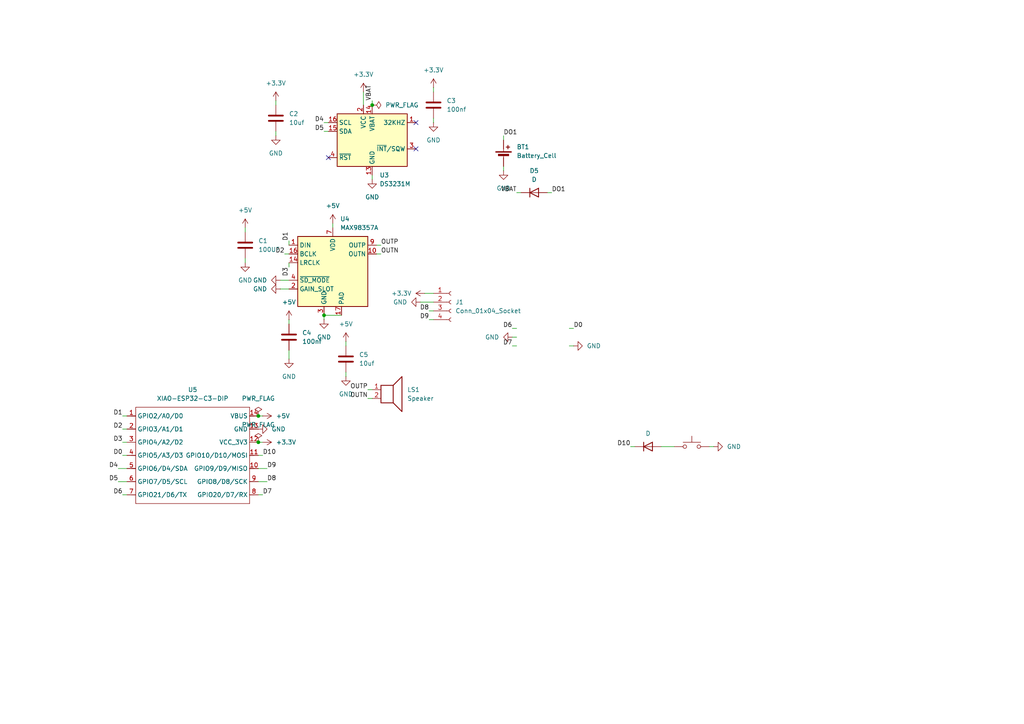
<source format=kicad_sch>
(kicad_sch
	(version 20250114)
	(generator "eeschema")
	(generator_version "9.0")
	(uuid "cd1c200e-a26d-4726-91f0-f2a8e0cc8a49")
	(paper "A4")
	(lib_symbols
		(symbol "Audio:MAX98357A"
			(exclude_from_sim no)
			(in_bom yes)
			(on_board yes)
			(property "Reference" "U"
				(at -8.89 11.43 0)
				(effects
					(font
						(size 1.27 1.27)
					)
				)
			)
			(property "Value" "MAX98357A"
				(at 10.16 11.43 0)
				(effects
					(font
						(size 1.27 1.27)
					)
				)
			)
			(property "Footprint" "Package_DFN_QFN:TQFN-16-1EP_3x3mm_P0.5mm_EP1.23x1.23mm"
				(at -1.27 -2.54 0)
				(effects
					(font
						(size 1.27 1.27)
					)
					(hide yes)
				)
			)
			(property "Datasheet" "https://www.analog.com/media/en/technical-documentation/data-sheets/MAX98357A-MAX98357B.pdf"
				(at 0 -2.54 0)
				(effects
					(font
						(size 1.27 1.27)
					)
					(hide yes)
				)
			)
			(property "Description" "Mono DAC with amplifier, I2S, PCM, TDM, 32-bit, 96khz, 3.2W, TQFP-16"
				(at 0 0 0)
				(effects
					(font
						(size 1.27 1.27)
					)
					(hide yes)
				)
			)
			(property "ki_keywords" "pcm tdm i2s left-justified amplifier audio dac"
				(at 0 0 0)
				(effects
					(font
						(size 1.27 1.27)
					)
					(hide yes)
				)
			)
			(property "ki_fp_filters" "TQFN*3x3mm*P0.5mm*EP1.23x1.23mm*"
				(at 0 0 0)
				(effects
					(font
						(size 1.27 1.27)
					)
					(hide yes)
				)
			)
			(symbol "MAX98357A_1_1"
				(rectangle
					(start -10.16 10.16)
					(end 10.16 -10.16)
					(stroke
						(width 0.254)
						(type default)
					)
					(fill
						(type background)
					)
				)
				(pin input line
					(at -12.7 7.62 0)
					(length 2.54)
					(name "DIN"
						(effects
							(font
								(size 1.27 1.27)
							)
						)
					)
					(number "1"
						(effects
							(font
								(size 1.27 1.27)
							)
						)
					)
				)
				(pin input line
					(at -12.7 5.08 0)
					(length 2.54)
					(name "BCLK"
						(effects
							(font
								(size 1.27 1.27)
							)
						)
					)
					(number "16"
						(effects
							(font
								(size 1.27 1.27)
							)
						)
					)
				)
				(pin input line
					(at -12.7 2.54 0)
					(length 2.54)
					(name "LRCLK"
						(effects
							(font
								(size 1.27 1.27)
							)
						)
					)
					(number "14"
						(effects
							(font
								(size 1.27 1.27)
							)
						)
					)
				)
				(pin input line
					(at -12.7 -2.54 0)
					(length 2.54)
					(name "~{SD_MODE}"
						(effects
							(font
								(size 1.27 1.27)
							)
						)
					)
					(number "4"
						(effects
							(font
								(size 1.27 1.27)
							)
						)
					)
				)
				(pin passive line
					(at -12.7 -5.08 0)
					(length 2.54)
					(name "GAIN_SLOT"
						(effects
							(font
								(size 1.27 1.27)
							)
						)
					)
					(number "2"
						(effects
							(font
								(size 1.27 1.27)
							)
						)
					)
				)
				(pin passive line
					(at -2.54 -12.7 90)
					(length 2.54)
					(hide yes)
					(name "GND"
						(effects
							(font
								(size 1.27 1.27)
							)
						)
					)
					(number "11"
						(effects
							(font
								(size 1.27 1.27)
							)
						)
					)
				)
				(pin passive line
					(at -2.54 -12.7 90)
					(length 2.54)
					(hide yes)
					(name "GND"
						(effects
							(font
								(size 1.27 1.27)
							)
						)
					)
					(number "15"
						(effects
							(font
								(size 1.27 1.27)
							)
						)
					)
				)
				(pin power_in line
					(at -2.54 -12.7 90)
					(length 2.54)
					(name "GND"
						(effects
							(font
								(size 1.27 1.27)
							)
						)
					)
					(number "3"
						(effects
							(font
								(size 1.27 1.27)
							)
						)
					)
				)
				(pin power_in line
					(at 0 12.7 270)
					(length 2.54)
					(name "VDD"
						(effects
							(font
								(size 1.27 1.27)
							)
						)
					)
					(number "7"
						(effects
							(font
								(size 1.27 1.27)
							)
						)
					)
				)
				(pin passive line
					(at 0 12.7 270)
					(length 2.54)
					(hide yes)
					(name "VDD"
						(effects
							(font
								(size 1.27 1.27)
							)
						)
					)
					(number "8"
						(effects
							(font
								(size 1.27 1.27)
							)
						)
					)
				)
				(pin unspecified line
					(at 2.54 -12.7 90)
					(length 2.54)
					(name "PAD"
						(effects
							(font
								(size 1.27 1.27)
							)
						)
					)
					(number "17"
						(effects
							(font
								(size 1.27 1.27)
							)
						)
					)
				)
				(pin no_connect line
					(at 10.16 2.54 180)
					(length 2.54)
					(hide yes)
					(name "NC"
						(effects
							(font
								(size 1.27 1.27)
							)
						)
					)
					(number "5"
						(effects
							(font
								(size 1.27 1.27)
							)
						)
					)
				)
				(pin no_connect line
					(at 10.16 0 180)
					(length 2.54)
					(hide yes)
					(name "NC"
						(effects
							(font
								(size 1.27 1.27)
							)
						)
					)
					(number "6"
						(effects
							(font
								(size 1.27 1.27)
							)
						)
					)
				)
				(pin no_connect line
					(at 10.16 -5.08 180)
					(length 2.54)
					(hide yes)
					(name "NC"
						(effects
							(font
								(size 1.27 1.27)
							)
						)
					)
					(number "12"
						(effects
							(font
								(size 1.27 1.27)
							)
						)
					)
				)
				(pin no_connect line
					(at 10.16 -7.62 180)
					(length 2.54)
					(hide yes)
					(name "NC"
						(effects
							(font
								(size 1.27 1.27)
							)
						)
					)
					(number "13"
						(effects
							(font
								(size 1.27 1.27)
							)
						)
					)
				)
				(pin output line
					(at 12.7 7.62 180)
					(length 2.54)
					(name "OUTP"
						(effects
							(font
								(size 1.27 1.27)
							)
						)
					)
					(number "9"
						(effects
							(font
								(size 1.27 1.27)
							)
						)
					)
				)
				(pin output line
					(at 12.7 5.08 180)
					(length 2.54)
					(name "OUTN"
						(effects
							(font
								(size 1.27 1.27)
							)
						)
					)
					(number "10"
						(effects
							(font
								(size 1.27 1.27)
							)
						)
					)
				)
			)
			(embedded_fonts no)
		)
		(symbol "Connector:Conn_01x04_Socket"
			(pin_names
				(offset 1.016)
				(hide yes)
			)
			(exclude_from_sim no)
			(in_bom yes)
			(on_board yes)
			(property "Reference" "J"
				(at 0 5.08 0)
				(effects
					(font
						(size 1.27 1.27)
					)
				)
			)
			(property "Value" "Conn_01x04_Socket"
				(at 0 -7.62 0)
				(effects
					(font
						(size 1.27 1.27)
					)
				)
			)
			(property "Footprint" ""
				(at 0 0 0)
				(effects
					(font
						(size 1.27 1.27)
					)
					(hide yes)
				)
			)
			(property "Datasheet" "~"
				(at 0 0 0)
				(effects
					(font
						(size 1.27 1.27)
					)
					(hide yes)
				)
			)
			(property "Description" "Generic connector, single row, 01x04, script generated"
				(at 0 0 0)
				(effects
					(font
						(size 1.27 1.27)
					)
					(hide yes)
				)
			)
			(property "ki_locked" ""
				(at 0 0 0)
				(effects
					(font
						(size 1.27 1.27)
					)
				)
			)
			(property "ki_keywords" "connector"
				(at 0 0 0)
				(effects
					(font
						(size 1.27 1.27)
					)
					(hide yes)
				)
			)
			(property "ki_fp_filters" "Connector*:*_1x??_*"
				(at 0 0 0)
				(effects
					(font
						(size 1.27 1.27)
					)
					(hide yes)
				)
			)
			(symbol "Conn_01x04_Socket_1_1"
				(polyline
					(pts
						(xy -1.27 2.54) (xy -0.508 2.54)
					)
					(stroke
						(width 0.1524)
						(type default)
					)
					(fill
						(type none)
					)
				)
				(polyline
					(pts
						(xy -1.27 0) (xy -0.508 0)
					)
					(stroke
						(width 0.1524)
						(type default)
					)
					(fill
						(type none)
					)
				)
				(polyline
					(pts
						(xy -1.27 -2.54) (xy -0.508 -2.54)
					)
					(stroke
						(width 0.1524)
						(type default)
					)
					(fill
						(type none)
					)
				)
				(polyline
					(pts
						(xy -1.27 -5.08) (xy -0.508 -5.08)
					)
					(stroke
						(width 0.1524)
						(type default)
					)
					(fill
						(type none)
					)
				)
				(arc
					(start 0 2.032)
					(mid -0.5058 2.54)
					(end 0 3.048)
					(stroke
						(width 0.1524)
						(type default)
					)
					(fill
						(type none)
					)
				)
				(arc
					(start 0 -0.508)
					(mid -0.5058 0)
					(end 0 0.508)
					(stroke
						(width 0.1524)
						(type default)
					)
					(fill
						(type none)
					)
				)
				(arc
					(start 0 -3.048)
					(mid -0.5058 -2.54)
					(end 0 -2.032)
					(stroke
						(width 0.1524)
						(type default)
					)
					(fill
						(type none)
					)
				)
				(arc
					(start 0 -5.588)
					(mid -0.5058 -5.08)
					(end 0 -4.572)
					(stroke
						(width 0.1524)
						(type default)
					)
					(fill
						(type none)
					)
				)
				(pin passive line
					(at -5.08 2.54 0)
					(length 3.81)
					(name "Pin_1"
						(effects
							(font
								(size 1.27 1.27)
							)
						)
					)
					(number "1"
						(effects
							(font
								(size 1.27 1.27)
							)
						)
					)
				)
				(pin passive line
					(at -5.08 0 0)
					(length 3.81)
					(name "Pin_2"
						(effects
							(font
								(size 1.27 1.27)
							)
						)
					)
					(number "2"
						(effects
							(font
								(size 1.27 1.27)
							)
						)
					)
				)
				(pin passive line
					(at -5.08 -2.54 0)
					(length 3.81)
					(name "Pin_3"
						(effects
							(font
								(size 1.27 1.27)
							)
						)
					)
					(number "3"
						(effects
							(font
								(size 1.27 1.27)
							)
						)
					)
				)
				(pin passive line
					(at -5.08 -5.08 0)
					(length 3.81)
					(name "Pin_4"
						(effects
							(font
								(size 1.27 1.27)
							)
						)
					)
					(number "4"
						(effects
							(font
								(size 1.27 1.27)
							)
						)
					)
				)
			)
			(embedded_fonts no)
		)
		(symbol "Device:Battery_Cell"
			(pin_numbers
				(hide yes)
			)
			(pin_names
				(offset 0)
				(hide yes)
			)
			(exclude_from_sim no)
			(in_bom yes)
			(on_board yes)
			(property "Reference" "BT"
				(at 2.54 2.54 0)
				(effects
					(font
						(size 1.27 1.27)
					)
					(justify left)
				)
			)
			(property "Value" "Battery_Cell"
				(at 2.54 0 0)
				(effects
					(font
						(size 1.27 1.27)
					)
					(justify left)
				)
			)
			(property "Footprint" ""
				(at 0 1.524 90)
				(effects
					(font
						(size 1.27 1.27)
					)
					(hide yes)
				)
			)
			(property "Datasheet" "~"
				(at 0 1.524 90)
				(effects
					(font
						(size 1.27 1.27)
					)
					(hide yes)
				)
			)
			(property "Description" "Single-cell battery"
				(at 0 0 0)
				(effects
					(font
						(size 1.27 1.27)
					)
					(hide yes)
				)
			)
			(property "ki_keywords" "battery cell"
				(at 0 0 0)
				(effects
					(font
						(size 1.27 1.27)
					)
					(hide yes)
				)
			)
			(symbol "Battery_Cell_0_1"
				(rectangle
					(start -2.286 1.778)
					(end 2.286 1.524)
					(stroke
						(width 0)
						(type default)
					)
					(fill
						(type outline)
					)
				)
				(rectangle
					(start -1.524 1.016)
					(end 1.524 0.508)
					(stroke
						(width 0)
						(type default)
					)
					(fill
						(type outline)
					)
				)
				(polyline
					(pts
						(xy 0 1.778) (xy 0 2.54)
					)
					(stroke
						(width 0)
						(type default)
					)
					(fill
						(type none)
					)
				)
				(polyline
					(pts
						(xy 0 0.762) (xy 0 0)
					)
					(stroke
						(width 0)
						(type default)
					)
					(fill
						(type none)
					)
				)
				(polyline
					(pts
						(xy 0.762 3.048) (xy 1.778 3.048)
					)
					(stroke
						(width 0.254)
						(type default)
					)
					(fill
						(type none)
					)
				)
				(polyline
					(pts
						(xy 1.27 3.556) (xy 1.27 2.54)
					)
					(stroke
						(width 0.254)
						(type default)
					)
					(fill
						(type none)
					)
				)
			)
			(symbol "Battery_Cell_1_1"
				(pin passive line
					(at 0 5.08 270)
					(length 2.54)
					(name "+"
						(effects
							(font
								(size 1.27 1.27)
							)
						)
					)
					(number "1"
						(effects
							(font
								(size 1.27 1.27)
							)
						)
					)
				)
				(pin passive line
					(at 0 -2.54 90)
					(length 2.54)
					(name "-"
						(effects
							(font
								(size 1.27 1.27)
							)
						)
					)
					(number "2"
						(effects
							(font
								(size 1.27 1.27)
							)
						)
					)
				)
			)
			(embedded_fonts no)
		)
		(symbol "Device:C"
			(pin_numbers
				(hide yes)
			)
			(pin_names
				(offset 0.254)
			)
			(exclude_from_sim no)
			(in_bom yes)
			(on_board yes)
			(property "Reference" "C"
				(at 0.635 2.54 0)
				(effects
					(font
						(size 1.27 1.27)
					)
					(justify left)
				)
			)
			(property "Value" "C"
				(at 0.635 -2.54 0)
				(effects
					(font
						(size 1.27 1.27)
					)
					(justify left)
				)
			)
			(property "Footprint" ""
				(at 0.9652 -3.81 0)
				(effects
					(font
						(size 1.27 1.27)
					)
					(hide yes)
				)
			)
			(property "Datasheet" "~"
				(at 0 0 0)
				(effects
					(font
						(size 1.27 1.27)
					)
					(hide yes)
				)
			)
			(property "Description" "Unpolarized capacitor"
				(at 0 0 0)
				(effects
					(font
						(size 1.27 1.27)
					)
					(hide yes)
				)
			)
			(property "ki_keywords" "cap capacitor"
				(at 0 0 0)
				(effects
					(font
						(size 1.27 1.27)
					)
					(hide yes)
				)
			)
			(property "ki_fp_filters" "C_*"
				(at 0 0 0)
				(effects
					(font
						(size 1.27 1.27)
					)
					(hide yes)
				)
			)
			(symbol "C_0_1"
				(polyline
					(pts
						(xy -2.032 0.762) (xy 2.032 0.762)
					)
					(stroke
						(width 0.508)
						(type default)
					)
					(fill
						(type none)
					)
				)
				(polyline
					(pts
						(xy -2.032 -0.762) (xy 2.032 -0.762)
					)
					(stroke
						(width 0.508)
						(type default)
					)
					(fill
						(type none)
					)
				)
			)
			(symbol "C_1_1"
				(pin passive line
					(at 0 3.81 270)
					(length 2.794)
					(name "~"
						(effects
							(font
								(size 1.27 1.27)
							)
						)
					)
					(number "1"
						(effects
							(font
								(size 1.27 1.27)
							)
						)
					)
				)
				(pin passive line
					(at 0 -3.81 90)
					(length 2.794)
					(name "~"
						(effects
							(font
								(size 1.27 1.27)
							)
						)
					)
					(number "2"
						(effects
							(font
								(size 1.27 1.27)
							)
						)
					)
				)
			)
			(embedded_fonts no)
		)
		(symbol "Device:D"
			(pin_numbers
				(hide yes)
			)
			(pin_names
				(offset 1.016)
				(hide yes)
			)
			(exclude_from_sim no)
			(in_bom yes)
			(on_board yes)
			(property "Reference" "D"
				(at 0 2.54 0)
				(effects
					(font
						(size 1.27 1.27)
					)
				)
			)
			(property "Value" "D"
				(at 0 -2.54 0)
				(effects
					(font
						(size 1.27 1.27)
					)
				)
			)
			(property "Footprint" ""
				(at 0 0 0)
				(effects
					(font
						(size 1.27 1.27)
					)
					(hide yes)
				)
			)
			(property "Datasheet" "~"
				(at 0 0 0)
				(effects
					(font
						(size 1.27 1.27)
					)
					(hide yes)
				)
			)
			(property "Description" "Diode"
				(at 0 0 0)
				(effects
					(font
						(size 1.27 1.27)
					)
					(hide yes)
				)
			)
			(property "Sim.Device" "D"
				(at 0 0 0)
				(effects
					(font
						(size 1.27 1.27)
					)
					(hide yes)
				)
			)
			(property "Sim.Pins" "1=K 2=A"
				(at 0 0 0)
				(effects
					(font
						(size 1.27 1.27)
					)
					(hide yes)
				)
			)
			(property "ki_keywords" "diode"
				(at 0 0 0)
				(effects
					(font
						(size 1.27 1.27)
					)
					(hide yes)
				)
			)
			(property "ki_fp_filters" "TO-???* *_Diode_* *SingleDiode* D_*"
				(at 0 0 0)
				(effects
					(font
						(size 1.27 1.27)
					)
					(hide yes)
				)
			)
			(symbol "D_0_1"
				(polyline
					(pts
						(xy -1.27 1.27) (xy -1.27 -1.27)
					)
					(stroke
						(width 0.254)
						(type default)
					)
					(fill
						(type none)
					)
				)
				(polyline
					(pts
						(xy 1.27 1.27) (xy 1.27 -1.27) (xy -1.27 0) (xy 1.27 1.27)
					)
					(stroke
						(width 0.254)
						(type default)
					)
					(fill
						(type none)
					)
				)
				(polyline
					(pts
						(xy 1.27 0) (xy -1.27 0)
					)
					(stroke
						(width 0)
						(type default)
					)
					(fill
						(type none)
					)
				)
			)
			(symbol "D_1_1"
				(pin passive line
					(at -3.81 0 0)
					(length 2.54)
					(name "K"
						(effects
							(font
								(size 1.27 1.27)
							)
						)
					)
					(number "1"
						(effects
							(font
								(size 1.27 1.27)
							)
						)
					)
				)
				(pin passive line
					(at 3.81 0 180)
					(length 2.54)
					(name "A"
						(effects
							(font
								(size 1.27 1.27)
							)
						)
					)
					(number "2"
						(effects
							(font
								(size 1.27 1.27)
							)
						)
					)
				)
			)
			(embedded_fonts no)
		)
		(symbol "Device:Speaker"
			(pin_names
				(offset 0)
				(hide yes)
			)
			(exclude_from_sim no)
			(in_bom yes)
			(on_board yes)
			(property "Reference" "LS"
				(at 1.27 5.715 0)
				(effects
					(font
						(size 1.27 1.27)
					)
					(justify right)
				)
			)
			(property "Value" "Speaker"
				(at 1.27 3.81 0)
				(effects
					(font
						(size 1.27 1.27)
					)
					(justify right)
				)
			)
			(property "Footprint" ""
				(at 0 -5.08 0)
				(effects
					(font
						(size 1.27 1.27)
					)
					(hide yes)
				)
			)
			(property "Datasheet" "~"
				(at -0.254 -1.27 0)
				(effects
					(font
						(size 1.27 1.27)
					)
					(hide yes)
				)
			)
			(property "Description" "Speaker"
				(at 0 0 0)
				(effects
					(font
						(size 1.27 1.27)
					)
					(hide yes)
				)
			)
			(property "ki_keywords" "speaker sound"
				(at 0 0 0)
				(effects
					(font
						(size 1.27 1.27)
					)
					(hide yes)
				)
			)
			(symbol "Speaker_0_0"
				(rectangle
					(start -2.54 1.27)
					(end 1.016 -3.81)
					(stroke
						(width 0.254)
						(type default)
					)
					(fill
						(type none)
					)
				)
				(polyline
					(pts
						(xy 1.016 1.27) (xy 3.556 3.81) (xy 3.556 -6.35) (xy 1.016 -3.81)
					)
					(stroke
						(width 0.254)
						(type default)
					)
					(fill
						(type none)
					)
				)
			)
			(symbol "Speaker_1_1"
				(pin input line
					(at -5.08 0 0)
					(length 2.54)
					(name "1"
						(effects
							(font
								(size 1.27 1.27)
							)
						)
					)
					(number "1"
						(effects
							(font
								(size 1.27 1.27)
							)
						)
					)
				)
				(pin input line
					(at -5.08 -2.54 0)
					(length 2.54)
					(name "2"
						(effects
							(font
								(size 1.27 1.27)
							)
						)
					)
					(number "2"
						(effects
							(font
								(size 1.27 1.27)
							)
						)
					)
				)
			)
			(embedded_fonts no)
		)
		(symbol "OPL_Kicad_Library-master:XIAO-ESP32-C3-DIP"
			(exclude_from_sim no)
			(in_bom yes)
			(on_board yes)
			(property "Reference" "U"
				(at 1.016 2.794 0)
				(effects
					(font
						(size 1.27 1.27)
					)
				)
			)
			(property "Value" "XIAO-ESP32-C3-DIP"
				(at 7.62 1.016 0)
				(effects
					(font
						(size 1.27 1.27)
					)
				)
			)
			(property "Footprint" "Module:MOUDLE14P-XIAO-DIP-SMD"
				(at 16.764 -29.464 0)
				(effects
					(font
						(size 1.27 1.27)
					)
					(hide yes)
				)
			)
			(property "Datasheet" ""
				(at 1.27 1.27 0)
				(effects
					(font
						(size 1.27 1.27)
					)
					(hide yes)
				)
			)
			(property "Description" ""
				(at 1.27 1.27 0)
				(effects
					(font
						(size 1.27 1.27)
					)
					(hide yes)
				)
			)
			(symbol "XIAO-ESP32-C3-DIP_1_0"
				(polyline
					(pts
						(xy 0 0) (xy 33.02 0)
					)
					(stroke
						(width 0.1524)
						(type solid)
					)
					(fill
						(type none)
					)
				)
				(polyline
					(pts
						(xy 0 -2.54) (xy -1.27 -2.54)
					)
					(stroke
						(width 0.1524)
						(type solid)
					)
					(fill
						(type none)
					)
				)
				(polyline
					(pts
						(xy 0 -2.54) (xy 0 0)
					)
					(stroke
						(width 0.1524)
						(type solid)
					)
					(fill
						(type none)
					)
				)
				(polyline
					(pts
						(xy 0 -6.35) (xy -1.27 -6.35)
					)
					(stroke
						(width 0.1524)
						(type solid)
					)
					(fill
						(type none)
					)
				)
				(polyline
					(pts
						(xy 0 -6.35) (xy 0 -2.54)
					)
					(stroke
						(width 0.1524)
						(type solid)
					)
					(fill
						(type none)
					)
				)
				(polyline
					(pts
						(xy 0 -10.16) (xy -1.27 -10.16)
					)
					(stroke
						(width 0.1524)
						(type solid)
					)
					(fill
						(type none)
					)
				)
				(polyline
					(pts
						(xy 0 -10.16) (xy 0 -6.35)
					)
					(stroke
						(width 0.1524)
						(type solid)
					)
					(fill
						(type none)
					)
				)
				(polyline
					(pts
						(xy 0 -13.97) (xy -1.27 -13.97)
					)
					(stroke
						(width 0.1524)
						(type solid)
					)
					(fill
						(type none)
					)
				)
				(polyline
					(pts
						(xy 0 -13.97) (xy 0 -10.16)
					)
					(stroke
						(width 0.1524)
						(type solid)
					)
					(fill
						(type none)
					)
				)
				(polyline
					(pts
						(xy 0 -17.78) (xy -1.27 -17.78)
					)
					(stroke
						(width 0.1524)
						(type solid)
					)
					(fill
						(type none)
					)
				)
				(polyline
					(pts
						(xy 0 -21.59) (xy -1.27 -21.59)
					)
					(stroke
						(width 0.1524)
						(type solid)
					)
					(fill
						(type none)
					)
				)
				(polyline
					(pts
						(xy 0 -25.4) (xy -1.27 -25.4)
					)
					(stroke
						(width 0.1524)
						(type solid)
					)
					(fill
						(type none)
					)
				)
				(polyline
					(pts
						(xy 0 -27.94) (xy 0 -13.97)
					)
					(stroke
						(width 0.1524)
						(type solid)
					)
					(fill
						(type none)
					)
				)
				(polyline
					(pts
						(xy 33.02 0) (xy 33.02 -2.54)
					)
					(stroke
						(width 0.1524)
						(type solid)
					)
					(fill
						(type none)
					)
				)
				(polyline
					(pts
						(xy 33.02 -2.54) (xy 33.02 -6.35)
					)
					(stroke
						(width 0.1524)
						(type solid)
					)
					(fill
						(type none)
					)
				)
				(polyline
					(pts
						(xy 33.02 -6.35) (xy 33.02 -10.16)
					)
					(stroke
						(width 0.1524)
						(type solid)
					)
					(fill
						(type none)
					)
				)
				(polyline
					(pts
						(xy 33.02 -10.16) (xy 33.02 -27.94)
					)
					(stroke
						(width 0.1524)
						(type solid)
					)
					(fill
						(type none)
					)
				)
				(polyline
					(pts
						(xy 33.02 -27.94) (xy 0 -27.94)
					)
					(stroke
						(width 0.1524)
						(type solid)
					)
					(fill
						(type none)
					)
				)
				(polyline
					(pts
						(xy 34.29 -2.54) (xy 33.02 -2.54)
					)
					(stroke
						(width 0.1524)
						(type solid)
					)
					(fill
						(type none)
					)
				)
				(polyline
					(pts
						(xy 34.29 -6.35) (xy 33.02 -6.35)
					)
					(stroke
						(width 0.1524)
						(type solid)
					)
					(fill
						(type none)
					)
				)
				(polyline
					(pts
						(xy 34.29 -10.16) (xy 33.02 -10.16)
					)
					(stroke
						(width 0.1524)
						(type solid)
					)
					(fill
						(type none)
					)
				)
				(polyline
					(pts
						(xy 34.29 -13.97) (xy 33.02 -13.97)
					)
					(stroke
						(width 0.1524)
						(type solid)
					)
					(fill
						(type none)
					)
				)
				(polyline
					(pts
						(xy 34.29 -17.78) (xy 33.02 -17.78)
					)
					(stroke
						(width 0.1524)
						(type solid)
					)
					(fill
						(type none)
					)
				)
				(polyline
					(pts
						(xy 34.29 -21.59) (xy 33.02 -21.59)
					)
					(stroke
						(width 0.1524)
						(type solid)
					)
					(fill
						(type none)
					)
				)
				(polyline
					(pts
						(xy 34.29 -25.4) (xy 33.02 -25.4)
					)
					(stroke
						(width 0.1524)
						(type solid)
					)
					(fill
						(type none)
					)
				)
				(pin passive line
					(at -2.54 -2.54 0)
					(length 2.54)
					(name "GPIO2/A0/D0"
						(effects
							(font
								(size 1.27 1.27)
							)
						)
					)
					(number "1"
						(effects
							(font
								(size 1.27 1.27)
							)
						)
					)
				)
				(pin passive line
					(at -2.54 -6.35 0)
					(length 2.54)
					(name "GPIO3/A1/D1"
						(effects
							(font
								(size 1.27 1.27)
							)
						)
					)
					(number "2"
						(effects
							(font
								(size 1.27 1.27)
							)
						)
					)
				)
				(pin passive line
					(at -2.54 -10.16 0)
					(length 2.54)
					(name "GPIO4/A2/D2"
						(effects
							(font
								(size 1.27 1.27)
							)
						)
					)
					(number "3"
						(effects
							(font
								(size 1.27 1.27)
							)
						)
					)
				)
				(pin passive line
					(at -2.54 -13.97 0)
					(length 2.54)
					(name "GPIO5/A3/D3"
						(effects
							(font
								(size 1.27 1.27)
							)
						)
					)
					(number "4"
						(effects
							(font
								(size 1.27 1.27)
							)
						)
					)
				)
				(pin passive line
					(at -2.54 -17.78 0)
					(length 2.54)
					(name "GPIO6/D4/SDA"
						(effects
							(font
								(size 1.27 1.27)
							)
						)
					)
					(number "5"
						(effects
							(font
								(size 1.27 1.27)
							)
						)
					)
				)
				(pin passive line
					(at -2.54 -21.59 0)
					(length 2.54)
					(name "GPIO7/D5/SCL"
						(effects
							(font
								(size 1.27 1.27)
							)
						)
					)
					(number "6"
						(effects
							(font
								(size 1.27 1.27)
							)
						)
					)
				)
				(pin passive line
					(at -2.54 -25.4 0)
					(length 2.54)
					(name "GPIO21/D6/TX"
						(effects
							(font
								(size 1.27 1.27)
							)
						)
					)
					(number "7"
						(effects
							(font
								(size 1.27 1.27)
							)
						)
					)
				)
				(pin passive line
					(at 35.56 -2.54 180)
					(length 2.54)
					(name "VBUS"
						(effects
							(font
								(size 1.27 1.27)
							)
						)
					)
					(number "14"
						(effects
							(font
								(size 1.27 1.27)
							)
						)
					)
				)
				(pin passive line
					(at 35.56 -6.35 180)
					(length 2.54)
					(name "GND"
						(effects
							(font
								(size 1.27 1.27)
							)
						)
					)
					(number "13"
						(effects
							(font
								(size 1.27 1.27)
							)
						)
					)
				)
				(pin passive line
					(at 35.56 -10.16 180)
					(length 2.54)
					(name "VCC_3V3"
						(effects
							(font
								(size 1.27 1.27)
							)
						)
					)
					(number "12"
						(effects
							(font
								(size 1.27 1.27)
							)
						)
					)
				)
				(pin passive line
					(at 35.56 -13.97 180)
					(length 2.54)
					(name "GPIO10/D10/MOSI"
						(effects
							(font
								(size 1.27 1.27)
							)
						)
					)
					(number "11"
						(effects
							(font
								(size 1.27 1.27)
							)
						)
					)
				)
				(pin passive line
					(at 35.56 -17.78 180)
					(length 2.54)
					(name "GPIO9/D9/MISO"
						(effects
							(font
								(size 1.27 1.27)
							)
						)
					)
					(number "10"
						(effects
							(font
								(size 1.27 1.27)
							)
						)
					)
				)
				(pin passive line
					(at 35.56 -21.59 180)
					(length 2.54)
					(name "GPIO8/D8/SCK"
						(effects
							(font
								(size 1.27 1.27)
							)
						)
					)
					(number "9"
						(effects
							(font
								(size 1.27 1.27)
							)
						)
					)
				)
				(pin passive line
					(at 35.56 -25.4 180)
					(length 2.54)
					(name "GPIO20/D7/RX"
						(effects
							(font
								(size 1.27 1.27)
							)
						)
					)
					(number "8"
						(effects
							(font
								(size 1.27 1.27)
							)
						)
					)
				)
			)
			(embedded_fonts no)
		)
		(symbol "Switch:SW_Push"
			(pin_numbers
				(hide yes)
			)
			(pin_names
				(offset 1.016)
				(hide yes)
			)
			(exclude_from_sim no)
			(in_bom yes)
			(on_board yes)
			(property "Reference" "SW"
				(at 1.27 2.54 0)
				(effects
					(font
						(size 1.27 1.27)
					)
					(justify left)
				)
			)
			(property "Value" "SW_Push"
				(at 0 -1.524 0)
				(effects
					(font
						(size 1.27 1.27)
					)
				)
			)
			(property "Footprint" ""
				(at 0 5.08 0)
				(effects
					(font
						(size 1.27 1.27)
					)
					(hide yes)
				)
			)
			(property "Datasheet" "~"
				(at 0 5.08 0)
				(effects
					(font
						(size 1.27 1.27)
					)
					(hide yes)
				)
			)
			(property "Description" "Push button switch, generic, two pins"
				(at 0 0 0)
				(effects
					(font
						(size 1.27 1.27)
					)
					(hide yes)
				)
			)
			(property "ki_keywords" "switch normally-open pushbutton push-button"
				(at 0 0 0)
				(effects
					(font
						(size 1.27 1.27)
					)
					(hide yes)
				)
			)
			(symbol "SW_Push_0_1"
				(circle
					(center -2.032 0)
					(radius 0.508)
					(stroke
						(width 0)
						(type default)
					)
					(fill
						(type none)
					)
				)
				(polyline
					(pts
						(xy 0 1.27) (xy 0 3.048)
					)
					(stroke
						(width 0)
						(type default)
					)
					(fill
						(type none)
					)
				)
				(circle
					(center 2.032 0)
					(radius 0.508)
					(stroke
						(width 0)
						(type default)
					)
					(fill
						(type none)
					)
				)
				(polyline
					(pts
						(xy 2.54 1.27) (xy -2.54 1.27)
					)
					(stroke
						(width 0)
						(type default)
					)
					(fill
						(type none)
					)
				)
				(pin passive line
					(at -5.08 0 0)
					(length 2.54)
					(name "1"
						(effects
							(font
								(size 1.27 1.27)
							)
						)
					)
					(number "1"
						(effects
							(font
								(size 1.27 1.27)
							)
						)
					)
				)
				(pin passive line
					(at 5.08 0 180)
					(length 2.54)
					(name "2"
						(effects
							(font
								(size 1.27 1.27)
							)
						)
					)
					(number "2"
						(effects
							(font
								(size 1.27 1.27)
							)
						)
					)
				)
			)
			(embedded_fonts no)
		)
		(symbol "Timer_RTC:DS3231M"
			(exclude_from_sim no)
			(in_bom yes)
			(on_board yes)
			(property "Reference" "U"
				(at -7.62 8.89 0)
				(effects
					(font
						(size 1.27 1.27)
					)
					(justify right)
				)
			)
			(property "Value" "DS3231M"
				(at 10.16 8.89 0)
				(effects
					(font
						(size 1.27 1.27)
					)
					(justify right)
				)
			)
			(property "Footprint" "Package_SO:SOIC-16W_7.5x10.3mm_P1.27mm"
				(at 0 -15.24 0)
				(effects
					(font
						(size 1.27 1.27)
					)
					(hide yes)
				)
			)
			(property "Datasheet" "http://datasheets.maximintegrated.com/en/ds/DS3231.pdf"
				(at 6.858 1.27 0)
				(effects
					(font
						(size 1.27 1.27)
					)
					(hide yes)
				)
			)
			(property "Description" "Extremely Accurate I2C-Integrated RTC/TCXO/Crystal SOIC-16"
				(at 0 0 0)
				(effects
					(font
						(size 1.27 1.27)
					)
					(hide yes)
				)
			)
			(property "ki_keywords" "RTC TCXO Realtime Time Clock Crystal Oscillator I2C"
				(at 0 0 0)
				(effects
					(font
						(size 1.27 1.27)
					)
					(hide yes)
				)
			)
			(property "ki_fp_filters" "SOIC*7.5x10.3mm*P1.27mm*"
				(at 0 0 0)
				(effects
					(font
						(size 1.27 1.27)
					)
					(hide yes)
				)
			)
			(symbol "DS3231M_0_1"
				(rectangle
					(start -10.16 7.62)
					(end 10.16 -7.62)
					(stroke
						(width 0.254)
						(type default)
					)
					(fill
						(type background)
					)
				)
			)
			(symbol "DS3231M_1_1"
				(pin input line
					(at -12.7 5.08 0)
					(length 2.54)
					(name "SCL"
						(effects
							(font
								(size 1.27 1.27)
							)
						)
					)
					(number "16"
						(effects
							(font
								(size 1.27 1.27)
							)
						)
					)
				)
				(pin bidirectional line
					(at -12.7 2.54 0)
					(length 2.54)
					(name "SDA"
						(effects
							(font
								(size 1.27 1.27)
							)
						)
					)
					(number "15"
						(effects
							(font
								(size 1.27 1.27)
							)
						)
					)
				)
				(pin bidirectional line
					(at -12.7 -5.08 0)
					(length 2.54)
					(name "~{RST}"
						(effects
							(font
								(size 1.27 1.27)
							)
						)
					)
					(number "4"
						(effects
							(font
								(size 1.27 1.27)
							)
						)
					)
				)
				(pin power_in line
					(at -2.54 10.16 270)
					(length 2.54)
					(name "VCC"
						(effects
							(font
								(size 1.27 1.27)
							)
						)
					)
					(number "2"
						(effects
							(font
								(size 1.27 1.27)
							)
						)
					)
				)
				(pin power_in line
					(at 0 10.16 270)
					(length 2.54)
					(name "VBAT"
						(effects
							(font
								(size 1.27 1.27)
							)
						)
					)
					(number "14"
						(effects
							(font
								(size 1.27 1.27)
							)
						)
					)
				)
				(pin passive line
					(at 0 -10.16 90)
					(length 2.54)
					(hide yes)
					(name "GND"
						(effects
							(font
								(size 1.27 1.27)
							)
						)
					)
					(number "10"
						(effects
							(font
								(size 1.27 1.27)
							)
						)
					)
				)
				(pin passive line
					(at 0 -10.16 90)
					(length 2.54)
					(hide yes)
					(name "GND"
						(effects
							(font
								(size 1.27 1.27)
							)
						)
					)
					(number "11"
						(effects
							(font
								(size 1.27 1.27)
							)
						)
					)
				)
				(pin passive line
					(at 0 -10.16 90)
					(length 2.54)
					(hide yes)
					(name "GND"
						(effects
							(font
								(size 1.27 1.27)
							)
						)
					)
					(number "12"
						(effects
							(font
								(size 1.27 1.27)
							)
						)
					)
				)
				(pin power_in line
					(at 0 -10.16 90)
					(length 2.54)
					(name "GND"
						(effects
							(font
								(size 1.27 1.27)
							)
						)
					)
					(number "13"
						(effects
							(font
								(size 1.27 1.27)
							)
						)
					)
				)
				(pin passive line
					(at 0 -10.16 90)
					(length 2.54)
					(hide yes)
					(name "GND"
						(effects
							(font
								(size 1.27 1.27)
							)
						)
					)
					(number "5"
						(effects
							(font
								(size 1.27 1.27)
							)
						)
					)
				)
				(pin passive line
					(at 0 -10.16 90)
					(length 2.54)
					(hide yes)
					(name "GND"
						(effects
							(font
								(size 1.27 1.27)
							)
						)
					)
					(number "6"
						(effects
							(font
								(size 1.27 1.27)
							)
						)
					)
				)
				(pin passive line
					(at 0 -10.16 90)
					(length 2.54)
					(hide yes)
					(name "GND"
						(effects
							(font
								(size 1.27 1.27)
							)
						)
					)
					(number "7"
						(effects
							(font
								(size 1.27 1.27)
							)
						)
					)
				)
				(pin passive line
					(at 0 -10.16 90)
					(length 2.54)
					(hide yes)
					(name "GND"
						(effects
							(font
								(size 1.27 1.27)
							)
						)
					)
					(number "8"
						(effects
							(font
								(size 1.27 1.27)
							)
						)
					)
				)
				(pin passive line
					(at 0 -10.16 90)
					(length 2.54)
					(hide yes)
					(name "GND"
						(effects
							(font
								(size 1.27 1.27)
							)
						)
					)
					(number "9"
						(effects
							(font
								(size 1.27 1.27)
							)
						)
					)
				)
				(pin open_collector line
					(at 12.7 5.08 180)
					(length 2.54)
					(name "32KHZ"
						(effects
							(font
								(size 1.27 1.27)
							)
						)
					)
					(number "1"
						(effects
							(font
								(size 1.27 1.27)
							)
						)
					)
				)
				(pin open_collector line
					(at 12.7 -2.54 180)
					(length 2.54)
					(name "~{INT}/SQW"
						(effects
							(font
								(size 1.27 1.27)
							)
						)
					)
					(number "3"
						(effects
							(font
								(size 1.27 1.27)
							)
						)
					)
				)
			)
			(embedded_fonts no)
		)
		(symbol "power:+3.3V"
			(power)
			(pin_numbers
				(hide yes)
			)
			(pin_names
				(offset 0)
				(hide yes)
			)
			(exclude_from_sim no)
			(in_bom yes)
			(on_board yes)
			(property "Reference" "#PWR"
				(at 0 -3.81 0)
				(effects
					(font
						(size 1.27 1.27)
					)
					(hide yes)
				)
			)
			(property "Value" "+3.3V"
				(at 0 3.556 0)
				(effects
					(font
						(size 1.27 1.27)
					)
				)
			)
			(property "Footprint" ""
				(at 0 0 0)
				(effects
					(font
						(size 1.27 1.27)
					)
					(hide yes)
				)
			)
			(property "Datasheet" ""
				(at 0 0 0)
				(effects
					(font
						(size 1.27 1.27)
					)
					(hide yes)
				)
			)
			(property "Description" "Power symbol creates a global label with name \"+3.3V\""
				(at 0 0 0)
				(effects
					(font
						(size 1.27 1.27)
					)
					(hide yes)
				)
			)
			(property "ki_keywords" "global power"
				(at 0 0 0)
				(effects
					(font
						(size 1.27 1.27)
					)
					(hide yes)
				)
			)
			(symbol "+3.3V_0_1"
				(polyline
					(pts
						(xy -0.762 1.27) (xy 0 2.54)
					)
					(stroke
						(width 0)
						(type default)
					)
					(fill
						(type none)
					)
				)
				(polyline
					(pts
						(xy 0 2.54) (xy 0.762 1.27)
					)
					(stroke
						(width 0)
						(type default)
					)
					(fill
						(type none)
					)
				)
				(polyline
					(pts
						(xy 0 0) (xy 0 2.54)
					)
					(stroke
						(width 0)
						(type default)
					)
					(fill
						(type none)
					)
				)
			)
			(symbol "+3.3V_1_1"
				(pin power_in line
					(at 0 0 90)
					(length 0)
					(name "~"
						(effects
							(font
								(size 1.27 1.27)
							)
						)
					)
					(number "1"
						(effects
							(font
								(size 1.27 1.27)
							)
						)
					)
				)
			)
			(embedded_fonts no)
		)
		(symbol "power:+5V"
			(power)
			(pin_numbers
				(hide yes)
			)
			(pin_names
				(offset 0)
				(hide yes)
			)
			(exclude_from_sim no)
			(in_bom yes)
			(on_board yes)
			(property "Reference" "#PWR"
				(at 0 -3.81 0)
				(effects
					(font
						(size 1.27 1.27)
					)
					(hide yes)
				)
			)
			(property "Value" "+5V"
				(at 0 3.556 0)
				(effects
					(font
						(size 1.27 1.27)
					)
				)
			)
			(property "Footprint" ""
				(at 0 0 0)
				(effects
					(font
						(size 1.27 1.27)
					)
					(hide yes)
				)
			)
			(property "Datasheet" ""
				(at 0 0 0)
				(effects
					(font
						(size 1.27 1.27)
					)
					(hide yes)
				)
			)
			(property "Description" "Power symbol creates a global label with name \"+5V\""
				(at 0 0 0)
				(effects
					(font
						(size 1.27 1.27)
					)
					(hide yes)
				)
			)
			(property "ki_keywords" "global power"
				(at 0 0 0)
				(effects
					(font
						(size 1.27 1.27)
					)
					(hide yes)
				)
			)
			(symbol "+5V_0_1"
				(polyline
					(pts
						(xy -0.762 1.27) (xy 0 2.54)
					)
					(stroke
						(width 0)
						(type default)
					)
					(fill
						(type none)
					)
				)
				(polyline
					(pts
						(xy 0 2.54) (xy 0.762 1.27)
					)
					(stroke
						(width 0)
						(type default)
					)
					(fill
						(type none)
					)
				)
				(polyline
					(pts
						(xy 0 0) (xy 0 2.54)
					)
					(stroke
						(width 0)
						(type default)
					)
					(fill
						(type none)
					)
				)
			)
			(symbol "+5V_1_1"
				(pin power_in line
					(at 0 0 90)
					(length 0)
					(name "~"
						(effects
							(font
								(size 1.27 1.27)
							)
						)
					)
					(number "1"
						(effects
							(font
								(size 1.27 1.27)
							)
						)
					)
				)
			)
			(embedded_fonts no)
		)
		(symbol "power:GND"
			(power)
			(pin_numbers
				(hide yes)
			)
			(pin_names
				(offset 0)
				(hide yes)
			)
			(exclude_from_sim no)
			(in_bom yes)
			(on_board yes)
			(property "Reference" "#PWR"
				(at 0 -6.35 0)
				(effects
					(font
						(size 1.27 1.27)
					)
					(hide yes)
				)
			)
			(property "Value" "GND"
				(at 0 -3.81 0)
				(effects
					(font
						(size 1.27 1.27)
					)
				)
			)
			(property "Footprint" ""
				(at 0 0 0)
				(effects
					(font
						(size 1.27 1.27)
					)
					(hide yes)
				)
			)
			(property "Datasheet" ""
				(at 0 0 0)
				(effects
					(font
						(size 1.27 1.27)
					)
					(hide yes)
				)
			)
			(property "Description" "Power symbol creates a global label with name \"GND\" , ground"
				(at 0 0 0)
				(effects
					(font
						(size 1.27 1.27)
					)
					(hide yes)
				)
			)
			(property "ki_keywords" "global power"
				(at 0 0 0)
				(effects
					(font
						(size 1.27 1.27)
					)
					(hide yes)
				)
			)
			(symbol "GND_0_1"
				(polyline
					(pts
						(xy 0 0) (xy 0 -1.27) (xy 1.27 -1.27) (xy 0 -2.54) (xy -1.27 -1.27) (xy 0 -1.27)
					)
					(stroke
						(width 0)
						(type default)
					)
					(fill
						(type none)
					)
				)
			)
			(symbol "GND_1_1"
				(pin power_in line
					(at 0 0 270)
					(length 0)
					(name "~"
						(effects
							(font
								(size 1.27 1.27)
							)
						)
					)
					(number "1"
						(effects
							(font
								(size 1.27 1.27)
							)
						)
					)
				)
			)
			(embedded_fonts no)
		)
		(symbol "power:PWR_FLAG"
			(power)
			(pin_numbers
				(hide yes)
			)
			(pin_names
				(offset 0)
				(hide yes)
			)
			(exclude_from_sim no)
			(in_bom yes)
			(on_board yes)
			(property "Reference" "#FLG"
				(at 0 1.905 0)
				(effects
					(font
						(size 1.27 1.27)
					)
					(hide yes)
				)
			)
			(property "Value" "PWR_FLAG"
				(at 0 3.81 0)
				(effects
					(font
						(size 1.27 1.27)
					)
				)
			)
			(property "Footprint" ""
				(at 0 0 0)
				(effects
					(font
						(size 1.27 1.27)
					)
					(hide yes)
				)
			)
			(property "Datasheet" "~"
				(at 0 0 0)
				(effects
					(font
						(size 1.27 1.27)
					)
					(hide yes)
				)
			)
			(property "Description" "Special symbol for telling ERC where power comes from"
				(at 0 0 0)
				(effects
					(font
						(size 1.27 1.27)
					)
					(hide yes)
				)
			)
			(property "ki_keywords" "flag power"
				(at 0 0 0)
				(effects
					(font
						(size 1.27 1.27)
					)
					(hide yes)
				)
			)
			(symbol "PWR_FLAG_0_0"
				(pin power_out line
					(at 0 0 90)
					(length 0)
					(name "~"
						(effects
							(font
								(size 1.27 1.27)
							)
						)
					)
					(number "1"
						(effects
							(font
								(size 1.27 1.27)
							)
						)
					)
				)
			)
			(symbol "PWR_FLAG_0_1"
				(polyline
					(pts
						(xy 0 0) (xy 0 1.27) (xy -1.016 1.905) (xy 0 2.54) (xy 1.016 1.905) (xy 0 1.27)
					)
					(stroke
						(width 0)
						(type default)
					)
					(fill
						(type none)
					)
				)
			)
			(embedded_fonts no)
		)
	)
	(junction
		(at 107.95 30.48)
		(diameter 0)
		(color 0 0 0 0)
		(uuid "0673698d-3bd1-426a-9e21-b7dd9c1bfbb4")
	)
	(junction
		(at 74.93 120.65)
		(diameter 0)
		(color 0 0 0 0)
		(uuid "1ab7658b-5891-46cd-b21c-84961564faec")
	)
	(junction
		(at 74.93 128.27)
		(diameter 0)
		(color 0 0 0 0)
		(uuid "5e441313-94c6-4826-9969-ed05334d7345")
	)
	(junction
		(at 93.98 91.44)
		(diameter 0)
		(color 0 0 0 0)
		(uuid "e1afa74d-0d40-4ce4-bf9f-57511ba45d2f")
	)
	(no_connect
		(at 95.25 45.72)
		(uuid "4f920d9f-9700-4546-90b0-175eb2de5dd5")
	)
	(no_connect
		(at 120.65 43.18)
		(uuid "6270c0be-dc8d-43b7-be4c-33fce67d8d3e")
	)
	(no_connect
		(at 120.65 35.56)
		(uuid "f801d711-6289-4d7c-902a-eccb9aed8b99")
	)
	(wire
		(pts
			(xy 148.59 97.79) (xy 149.86 97.79)
		)
		(stroke
			(width 0)
			(type default)
		)
		(uuid "00eb77bb-95d1-461f-bc6f-66dff0e534b8")
	)
	(wire
		(pts
			(xy 123.19 85.09) (xy 125.73 85.09)
		)
		(stroke
			(width 0)
			(type default)
		)
		(uuid "034c46ad-dc07-4b62-9027-56ac3f6b0a64")
	)
	(wire
		(pts
			(xy 99.06 91.44) (xy 93.98 91.44)
		)
		(stroke
			(width 0)
			(type default)
		)
		(uuid "063ba46e-bea7-4d1c-8d40-638e9b96ba38")
	)
	(wire
		(pts
			(xy 83.82 71.12) (xy 83.82 69.85)
		)
		(stroke
			(width 0)
			(type default)
		)
		(uuid "14858733-e6d2-4751-a70a-5d68e801e1ae")
	)
	(wire
		(pts
			(xy 146.05 49.53) (xy 146.05 48.26)
		)
		(stroke
			(width 0)
			(type default)
		)
		(uuid "14b1d747-5ef7-47f1-b5d8-19fd9f6a1232")
	)
	(wire
		(pts
			(xy 151.13 55.88) (xy 149.86 55.88)
		)
		(stroke
			(width 0)
			(type default)
		)
		(uuid "1b7770fb-190e-43f1-aa12-b1b1ddb939d4")
	)
	(wire
		(pts
			(xy 71.12 74.93) (xy 71.12 76.2)
		)
		(stroke
			(width 0)
			(type default)
		)
		(uuid "1fe0fbbb-2318-44d0-b3b6-ca2a61c3b010")
	)
	(wire
		(pts
			(xy 107.95 50.8) (xy 107.95 52.07)
		)
		(stroke
			(width 0)
			(type default)
		)
		(uuid "274ee0bb-a734-4aaa-9baa-db98ac79aa2a")
	)
	(wire
		(pts
			(xy 34.29 139.7) (xy 36.83 139.7)
		)
		(stroke
			(width 0)
			(type default)
		)
		(uuid "2c7cc827-5247-4d80-af6f-917852eb7450")
	)
	(wire
		(pts
			(xy 100.33 99.06) (xy 100.33 100.33)
		)
		(stroke
			(width 0)
			(type default)
		)
		(uuid "31ac9cfe-43ce-4b5d-ad8f-4c02762c0d1f")
	)
	(wire
		(pts
			(xy 191.77 129.54) (xy 195.58 129.54)
		)
		(stroke
			(width 0)
			(type default)
		)
		(uuid "32c74369-26d7-4e5e-859d-64ecfb5d2ad9")
	)
	(wire
		(pts
			(xy 96.52 66.04) (xy 96.52 64.77)
		)
		(stroke
			(width 0)
			(type default)
		)
		(uuid "380f7184-03ad-48d4-9698-928ed5dac12c")
	)
	(wire
		(pts
			(xy 148.59 100.33) (xy 149.86 100.33)
		)
		(stroke
			(width 0)
			(type default)
		)
		(uuid "3be704cf-44a4-48fd-b57a-e8ab61380d2f")
	)
	(wire
		(pts
			(xy 36.83 120.65) (xy 35.56 120.65)
		)
		(stroke
			(width 0)
			(type default)
		)
		(uuid "3c0a1c9c-5b43-49fc-a07a-cd7c77798040")
	)
	(wire
		(pts
			(xy 80.01 29.21) (xy 80.01 30.48)
		)
		(stroke
			(width 0)
			(type default)
		)
		(uuid "3da31e5c-570e-4ff3-947a-c0e8c6f244b2")
	)
	(wire
		(pts
			(xy 107.95 113.03) (xy 106.68 113.03)
		)
		(stroke
			(width 0)
			(type default)
		)
		(uuid "3dcc7463-af31-4353-9ca7-010a7452a92f")
	)
	(wire
		(pts
			(xy 205.74 129.54) (xy 207.01 129.54)
		)
		(stroke
			(width 0)
			(type default)
		)
		(uuid "411b2060-1d74-4c07-95d0-04767209b343")
	)
	(wire
		(pts
			(xy 158.75 55.88) (xy 160.02 55.88)
		)
		(stroke
			(width 0)
			(type default)
		)
		(uuid "415eabce-5dec-41e9-a28c-26ecb6a2e5fe")
	)
	(wire
		(pts
			(xy 182.88 129.54) (xy 184.15 129.54)
		)
		(stroke
			(width 0)
			(type default)
		)
		(uuid "4bdcbcec-cb40-4879-bd2c-167098d0871e")
	)
	(wire
		(pts
			(xy 100.33 107.95) (xy 100.33 109.22)
		)
		(stroke
			(width 0)
			(type default)
		)
		(uuid "4d6efff3-dfae-465c-9a39-c2be09ab173a")
	)
	(wire
		(pts
			(xy 74.93 128.27) (xy 76.2 128.27)
		)
		(stroke
			(width 0)
			(type default)
		)
		(uuid "5ace7f66-12fe-46e3-bc79-8c915ed1239e")
	)
	(wire
		(pts
			(xy 80.01 39.37) (xy 80.01 38.1)
		)
		(stroke
			(width 0)
			(type default)
		)
		(uuid "5ce28c0c-c020-41ce-b984-d172cf3bc789")
	)
	(wire
		(pts
			(xy 165.1 100.33) (xy 166.37 100.33)
		)
		(stroke
			(width 0)
			(type default)
		)
		(uuid "5ee7118a-a5c8-4936-81a0-490f2511de8b")
	)
	(wire
		(pts
			(xy 34.29 135.89) (xy 36.83 135.89)
		)
		(stroke
			(width 0)
			(type default)
		)
		(uuid "5fa1b96f-9fdc-4f3a-ab39-b55079513668")
	)
	(wire
		(pts
			(xy 165.1 95.25) (xy 166.37 95.25)
		)
		(stroke
			(width 0)
			(type default)
		)
		(uuid "62311c65-c796-4399-b83f-964a1cda17b0")
	)
	(wire
		(pts
			(xy 83.82 77.47) (xy 83.82 76.2)
		)
		(stroke
			(width 0)
			(type default)
		)
		(uuid "6317a6e3-9e2b-4e39-938d-9b20b6fc067e")
	)
	(wire
		(pts
			(xy 93.98 35.56) (xy 95.25 35.56)
		)
		(stroke
			(width 0)
			(type default)
		)
		(uuid "63c4a7ae-e1b1-4c25-9462-a3885672483c")
	)
	(wire
		(pts
			(xy 146.05 39.37) (xy 146.05 40.64)
		)
		(stroke
			(width 0)
			(type default)
		)
		(uuid "6cb280b4-fe01-47ee-90bc-646f9c9efd45")
	)
	(wire
		(pts
			(xy 148.59 95.25) (xy 149.86 95.25)
		)
		(stroke
			(width 0)
			(type default)
		)
		(uuid "76a62947-ba73-4729-8b1c-25e733001d7e")
	)
	(wire
		(pts
			(xy 105.41 26.67) (xy 105.41 30.48)
		)
		(stroke
			(width 0)
			(type default)
		)
		(uuid "7a214681-50fe-44a9-8c40-abecb1b1b90f")
	)
	(wire
		(pts
			(xy 71.12 66.04) (xy 71.12 67.31)
		)
		(stroke
			(width 0)
			(type default)
		)
		(uuid "7bb26694-b67f-460c-97d0-b6e16cd75226")
	)
	(wire
		(pts
			(xy 125.73 34.29) (xy 125.73 35.56)
		)
		(stroke
			(width 0)
			(type default)
		)
		(uuid "7be720c9-5f71-43af-a9bd-7e64db1fb94a")
	)
	(wire
		(pts
			(xy 81.28 81.28) (xy 83.82 81.28)
		)
		(stroke
			(width 0)
			(type default)
		)
		(uuid "8818f125-08f8-4826-af37-766fbee9f869")
	)
	(wire
		(pts
			(xy 125.73 25.4) (xy 125.73 26.67)
		)
		(stroke
			(width 0)
			(type default)
		)
		(uuid "8f893973-041c-4165-876a-14e628226554")
	)
	(wire
		(pts
			(xy 36.83 124.46) (xy 35.56 124.46)
		)
		(stroke
			(width 0)
			(type default)
		)
		(uuid "9304dea4-0db9-4240-8075-ea30d482212f")
	)
	(wire
		(pts
			(xy 35.56 132.08) (xy 36.83 132.08)
		)
		(stroke
			(width 0)
			(type default)
		)
		(uuid "9816ed73-3d56-43b9-ab19-53b76707b2fe")
	)
	(wire
		(pts
			(xy 83.82 93.98) (xy 83.82 92.71)
		)
		(stroke
			(width 0)
			(type default)
		)
		(uuid "9a5f6818-0520-41fc-9fa7-91aa07598770")
	)
	(wire
		(pts
			(xy 124.46 92.71) (xy 125.73 92.71)
		)
		(stroke
			(width 0)
			(type default)
		)
		(uuid "9f5d184c-9493-45cf-ab53-43a26d891f46")
	)
	(wire
		(pts
			(xy 36.83 128.27) (xy 35.56 128.27)
		)
		(stroke
			(width 0)
			(type default)
		)
		(uuid "9f98c441-02ed-4586-89c6-e2db2c721cd1")
	)
	(wire
		(pts
			(xy 82.55 73.66) (xy 83.82 73.66)
		)
		(stroke
			(width 0)
			(type default)
		)
		(uuid "a25985d9-78e4-4194-9bdf-e71a770710c6")
	)
	(wire
		(pts
			(xy 107.95 29.21) (xy 107.95 30.48)
		)
		(stroke
			(width 0)
			(type default)
		)
		(uuid "a2a61db7-ff7c-44ad-bcc0-aa2d9a32f5cb")
	)
	(wire
		(pts
			(xy 124.46 90.17) (xy 125.73 90.17)
		)
		(stroke
			(width 0)
			(type default)
		)
		(uuid "a31aa25b-4e61-4e13-8a24-8aa8bdef4fbd")
	)
	(wire
		(pts
			(xy 35.56 143.51) (xy 36.83 143.51)
		)
		(stroke
			(width 0)
			(type default)
		)
		(uuid "a686e4d2-d8be-4464-85f7-d58757fc19e1")
	)
	(wire
		(pts
			(xy 74.93 139.7) (xy 77.47 139.7)
		)
		(stroke
			(width 0)
			(type default)
		)
		(uuid "a717cca4-514b-43b1-a0eb-a1fb94f3361d")
	)
	(wire
		(pts
			(xy 93.98 38.1) (xy 95.25 38.1)
		)
		(stroke
			(width 0)
			(type default)
		)
		(uuid "a88a7d87-3462-4bed-b931-61dc8b58a7cd")
	)
	(wire
		(pts
			(xy 74.93 135.89) (xy 77.47 135.89)
		)
		(stroke
			(width 0)
			(type default)
		)
		(uuid "b0efb519-4591-48b2-b944-6b42f92517b8")
	)
	(wire
		(pts
			(xy 74.93 132.08) (xy 76.2 132.08)
		)
		(stroke
			(width 0)
			(type default)
		)
		(uuid "b6599921-f2a3-4455-ae9b-8f0c4e858c85")
	)
	(wire
		(pts
			(xy 74.93 120.65) (xy 76.2 120.65)
		)
		(stroke
			(width 0)
			(type default)
		)
		(uuid "b864f594-d3a8-4aeb-b2d3-26a785a6ea16")
	)
	(wire
		(pts
			(xy 81.28 83.82) (xy 83.82 83.82)
		)
		(stroke
			(width 0)
			(type default)
		)
		(uuid "c132c8b0-30ef-461f-84af-8472ff0444aa")
	)
	(wire
		(pts
			(xy 109.22 73.66) (xy 110.49 73.66)
		)
		(stroke
			(width 0)
			(type default)
		)
		(uuid "c1b6e6cd-edeb-41b4-b50c-bbb093abaffb")
	)
	(wire
		(pts
			(xy 109.22 71.12) (xy 110.49 71.12)
		)
		(stroke
			(width 0)
			(type default)
		)
		(uuid "cbc1702d-a1e8-44f6-8fb5-e83c93cbf9c1")
	)
	(wire
		(pts
			(xy 93.98 91.44) (xy 93.98 92.71)
		)
		(stroke
			(width 0)
			(type default)
		)
		(uuid "d287b012-1cd3-4d62-84d6-ac4ceecf4be3")
	)
	(wire
		(pts
			(xy 83.82 101.6) (xy 83.82 104.14)
		)
		(stroke
			(width 0)
			(type default)
		)
		(uuid "d570b620-4eb4-40b8-ba08-2587196d22cd")
	)
	(wire
		(pts
			(xy 74.93 143.51) (xy 76.2 143.51)
		)
		(stroke
			(width 0)
			(type default)
		)
		(uuid "e3dd721f-6fb8-4063-89ca-c69949802d1c")
	)
	(wire
		(pts
			(xy 125.73 87.63) (xy 121.92 87.63)
		)
		(stroke
			(width 0)
			(type default)
		)
		(uuid "e93c56f2-1b73-45be-9dcc-e8500fafaabf")
	)
	(wire
		(pts
			(xy 106.68 115.57) (xy 107.95 115.57)
		)
		(stroke
			(width 0)
			(type default)
		)
		(uuid "ff1f1e2c-1866-4841-ac4a-2cc4bdff9c46")
	)
	(label "VBAT"
		(at 107.95 29.21 90)
		(effects
			(font
				(size 1.27 1.27)
			)
			(justify left bottom)
		)
		(uuid "07c763f8-6ef5-4f15-843e-b6dc1ac407cc")
	)
	(label "D5"
		(at 34.29 139.7 180)
		(effects
			(font
				(size 1.27 1.27)
			)
			(justify right bottom)
		)
		(uuid "0819ba66-ad7c-4d6b-91fe-f2390eaabfb8")
	)
	(label "D8"
		(at 124.46 90.17 180)
		(effects
			(font
				(size 1.27 1.27)
			)
			(justify right bottom)
		)
		(uuid "12e9064b-fdd4-40ea-bfb6-c2b19769b792")
	)
	(label "DO1"
		(at 146.05 39.37 0)
		(effects
			(font
				(size 1.27 1.27)
			)
			(justify left bottom)
		)
		(uuid "1a3cc859-5861-4667-ba4a-d26faed616d0")
	)
	(label "D0"
		(at 35.56 132.08 180)
		(effects
			(font
				(size 1.27 1.27)
			)
			(justify right bottom)
		)
		(uuid "1b81aa57-7bb0-4daa-ad12-3d2263aeccbe")
	)
	(label "D1"
		(at 83.82 69.85 90)
		(effects
			(font
				(size 1.27 1.27)
			)
			(justify left bottom)
		)
		(uuid "1bf88da9-4aae-4aaf-9295-bf3f622e65ed")
	)
	(label "D7"
		(at 76.2 143.51 0)
		(effects
			(font
				(size 1.27 1.27)
			)
			(justify left bottom)
		)
		(uuid "23960ef8-da62-4c4d-bfff-07b645684735")
	)
	(label "D2"
		(at 35.56 124.46 180)
		(effects
			(font
				(size 1.27 1.27)
			)
			(justify right bottom)
		)
		(uuid "352402e5-3790-4aa0-8c55-706053466b3a")
	)
	(label "VBAT"
		(at 149.86 55.88 180)
		(effects
			(font
				(size 1.27 1.27)
			)
			(justify right bottom)
		)
		(uuid "4136368a-a0cc-499b-ac93-aa4353e4c854")
	)
	(label "D8"
		(at 77.47 139.7 0)
		(effects
			(font
				(size 1.27 1.27)
			)
			(justify left bottom)
		)
		(uuid "4f6ad465-e688-4757-be4c-027c81c30c81")
	)
	(label "OUTN"
		(at 110.49 73.66 0)
		(effects
			(font
				(size 1.27 1.27)
			)
			(justify left bottom)
		)
		(uuid "4f90be33-0603-4af7-ad51-0dffa4db9d2a")
	)
	(label "DO1"
		(at 160.02 55.88 0)
		(effects
			(font
				(size 1.27 1.27)
			)
			(justify left bottom)
		)
		(uuid "51b3899c-5814-4f87-bcf2-cf78a3941397")
	)
	(label "D2"
		(at 82.55 73.66 180)
		(effects
			(font
				(size 1.27 1.27)
			)
			(justify right bottom)
		)
		(uuid "5d4f406e-5e2a-4928-8fd1-71e1efef06bb")
	)
	(label "D4"
		(at 93.98 35.56 180)
		(effects
			(font
				(size 1.27 1.27)
			)
			(justify right bottom)
		)
		(uuid "694f3147-ece9-4db5-b4ef-918d986a5a2e")
	)
	(label "D0"
		(at 166.37 95.25 0)
		(effects
			(font
				(size 1.27 1.27)
			)
			(justify left bottom)
		)
		(uuid "6c5076ae-5b1b-4dd5-bbb3-035d522564aa")
	)
	(label "D9"
		(at 124.46 92.71 180)
		(effects
			(font
				(size 1.27 1.27)
			)
			(justify right bottom)
		)
		(uuid "86051775-398c-4782-8992-0100d127a5c1")
	)
	(label "OUTP"
		(at 110.49 71.12 0)
		(effects
			(font
				(size 1.27 1.27)
			)
			(justify left bottom)
		)
		(uuid "9482ee77-2e19-4215-9c2c-badc7b487bf3")
	)
	(label "OUTN"
		(at 106.68 115.57 180)
		(effects
			(font
				(size 1.27 1.27)
			)
			(justify right bottom)
		)
		(uuid "99484d1f-e25d-421d-965a-a7e51fe80b3b")
	)
	(label "D1"
		(at 35.56 120.65 180)
		(effects
			(font
				(size 1.27 1.27)
			)
			(justify right bottom)
		)
		(uuid "9e87d8fb-ec56-4a02-8093-b0c7f0d311ce")
	)
	(label "D10"
		(at 182.88 129.54 180)
		(effects
			(font
				(size 1.27 1.27)
			)
			(justify right bottom)
		)
		(uuid "a7908546-fdcc-4ea5-a9d1-37820454e98c")
	)
	(label "D3"
		(at 83.82 77.47 270)
		(effects
			(font
				(size 1.27 1.27)
			)
			(justify right bottom)
		)
		(uuid "adf7ad97-cc07-4bbc-a0c2-2cc25e0ad45c")
	)
	(label "D3"
		(at 35.56 128.27 180)
		(effects
			(font
				(size 1.27 1.27)
			)
			(justify right bottom)
		)
		(uuid "b87e6fdb-00d6-4915-85a4-962a32d133fd")
	)
	(label "D4"
		(at 34.29 135.89 180)
		(effects
			(font
				(size 1.27 1.27)
			)
			(justify right bottom)
		)
		(uuid "c256b3dd-18db-4258-bbc8-53783db728f6")
	)
	(label "D5"
		(at 93.98 38.1 180)
		(effects
			(font
				(size 1.27 1.27)
			)
			(justify right bottom)
		)
		(uuid "c5385be5-55a8-4aae-ae6b-52d6564732c8")
	)
	(label "D6"
		(at 35.56 143.51 180)
		(effects
			(font
				(size 1.27 1.27)
			)
			(justify right bottom)
		)
		(uuid "c6584977-1aed-48e1-82d9-5517f7fc8b7c")
	)
	(label "D10"
		(at 76.2 132.08 0)
		(effects
			(font
				(size 1.27 1.27)
			)
			(justify left bottom)
		)
		(uuid "c7d27c78-c4e5-460e-bfff-c6ba280b429b")
	)
	(label "D7"
		(at 148.59 100.33 180)
		(effects
			(font
				(size 1.27 1.27)
			)
			(justify right bottom)
		)
		(uuid "dc4acedd-990d-4e11-bede-510bc49a18cc")
	)
	(label "OUTP"
		(at 106.68 113.03 180)
		(effects
			(font
				(size 1.27 1.27)
			)
			(justify right bottom)
		)
		(uuid "dda9c1ce-0e61-4df6-bf79-5823c97f5de7")
	)
	(label "D6"
		(at 148.59 95.25 180)
		(effects
			(font
				(size 1.27 1.27)
			)
			(justify right bottom)
		)
		(uuid "e843b577-0010-4608-9f21-9bac3f279d30")
	)
	(label "D9"
		(at 77.47 135.89 0)
		(effects
			(font
				(size 1.27 1.27)
			)
			(justify left bottom)
		)
		(uuid "ef614262-bf89-4669-8700-eb5157ef88a5")
	)
	(symbol
		(lib_id "power:GND")
		(at 93.98 92.71 0)
		(unit 1)
		(exclude_from_sim no)
		(in_bom yes)
		(on_board yes)
		(dnp no)
		(fields_autoplaced yes)
		(uuid "03a03d5c-c453-4d5b-8116-bdbf1bae385f")
		(property "Reference" "#PWR08"
			(at 93.98 99.06 0)
			(effects
				(font
					(size 1.27 1.27)
				)
				(hide yes)
			)
		)
		(property "Value" "GND"
			(at 93.98 97.79 0)
			(effects
				(font
					(size 1.27 1.27)
				)
			)
		)
		(property "Footprint" ""
			(at 93.98 92.71 0)
			(effects
				(font
					(size 1.27 1.27)
				)
				(hide yes)
			)
		)
		(property "Datasheet" ""
			(at 93.98 92.71 0)
			(effects
				(font
					(size 1.27 1.27)
				)
				(hide yes)
			)
		)
		(property "Description" "Power symbol creates a global label with name \"GND\" , ground"
			(at 93.98 92.71 0)
			(effects
				(font
					(size 1.27 1.27)
				)
				(hide yes)
			)
		)
		(pin "1"
			(uuid "fff44d6d-4174-4335-ac7a-952d6297d702")
		)
		(instances
			(project ""
				(path "/cd1c200e-a26d-4726-91f0-f2a8e0cc8a49"
					(reference "#PWR08")
					(unit 1)
				)
			)
		)
	)
	(symbol
		(lib_id "power:+5V")
		(at 96.52 64.77 0)
		(unit 1)
		(exclude_from_sim no)
		(in_bom yes)
		(on_board yes)
		(dnp no)
		(fields_autoplaced yes)
		(uuid "0bd27435-ec7e-41fb-8c3b-0f34bdc624f8")
		(property "Reference" "#PWR06"
			(at 96.52 68.58 0)
			(effects
				(font
					(size 1.27 1.27)
				)
				(hide yes)
			)
		)
		(property "Value" "+5V"
			(at 96.52 59.69 0)
			(effects
				(font
					(size 1.27 1.27)
				)
			)
		)
		(property "Footprint" ""
			(at 96.52 64.77 0)
			(effects
				(font
					(size 1.27 1.27)
				)
				(hide yes)
			)
		)
		(property "Datasheet" ""
			(at 96.52 64.77 0)
			(effects
				(font
					(size 1.27 1.27)
				)
				(hide yes)
			)
		)
		(property "Description" "Power symbol creates a global label with name \"+5V\""
			(at 96.52 64.77 0)
			(effects
				(font
					(size 1.27 1.27)
				)
				(hide yes)
			)
		)
		(pin "1"
			(uuid "21ea9da7-cc9d-4756-96d5-463bc1c33ea5")
		)
		(instances
			(project ""
				(path "/cd1c200e-a26d-4726-91f0-f2a8e0cc8a49"
					(reference "#PWR06")
					(unit 1)
				)
			)
		)
	)
	(symbol
		(lib_id "Connector:Conn_01x04_Socket")
		(at 130.81 87.63 0)
		(unit 1)
		(exclude_from_sim no)
		(in_bom yes)
		(on_board yes)
		(dnp no)
		(fields_autoplaced yes)
		(uuid "0ed7564b-5747-40c6-b1b2-e70a82dfb5fd")
		(property "Reference" "J1"
			(at 132.08 87.6299 0)
			(effects
				(font
					(size 1.27 1.27)
				)
				(justify left)
			)
		)
		(property "Value" "Conn_01x04_Socket"
			(at 132.08 90.1699 0)
			(effects
				(font
					(size 1.27 1.27)
				)
				(justify left)
			)
		)
		(property "Footprint" "Connector_PinSocket_2.54mm:PinSocket_1x04_P2.54mm_Vertical"
			(at 130.81 87.63 0)
			(effects
				(font
					(size 1.27 1.27)
				)
				(hide yes)
			)
		)
		(property "Datasheet" "~"
			(at 130.81 87.63 0)
			(effects
				(font
					(size 1.27 1.27)
				)
				(hide yes)
			)
		)
		(property "Description" "Generic connector, single row, 01x04, script generated"
			(at 130.81 87.63 0)
			(effects
				(font
					(size 1.27 1.27)
				)
				(hide yes)
			)
		)
		(pin "4"
			(uuid "ea7d97f3-f16d-46db-be77-1173e017ba3d")
		)
		(pin "3"
			(uuid "58637f48-d001-44fc-9126-83dbf0420026")
		)
		(pin "2"
			(uuid "cad93532-4e61-40c0-9cb6-ee76b93c87b7")
		)
		(pin "1"
			(uuid "2b88f82f-78ae-44b3-8fbc-b0d43da52731")
		)
		(instances
			(project ""
				(path "/cd1c200e-a26d-4726-91f0-f2a8e0cc8a49"
					(reference "J1")
					(unit 1)
				)
			)
		)
	)
	(symbol
		(lib_id "power:GND")
		(at -154.94 388.62 0)
		(unit 1)
		(exclude_from_sim no)
		(in_bom yes)
		(on_board yes)
		(dnp no)
		(fields_autoplaced yes)
		(uuid "165960c4-ef77-4b65-98f7-201270975c12")
		(property "Reference" "#PWR018"
			(at -154.94 394.97 0)
			(effects
				(font
					(size 1.27 1.27)
				)
				(hide yes)
			)
		)
		(property "Value" "GND"
			(at -154.94 393.7 0)
			(effects
				(font
					(size 1.27 1.27)
				)
			)
		)
		(property "Footprint" ""
			(at -154.94 388.62 0)
			(effects
				(font
					(size 1.27 1.27)
				)
				(hide yes)
			)
		)
		(property "Datasheet" ""
			(at -154.94 388.62 0)
			(effects
				(font
					(size 1.27 1.27)
				)
				(hide yes)
			)
		)
		(property "Description" "Power symbol creates a global label with name \"GND\" , ground"
			(at -154.94 388.62 0)
			(effects
				(font
					(size 1.27 1.27)
				)
				(hide yes)
			)
		)
		(pin "1"
			(uuid "4f8788ab-fb1e-42ea-841c-09a8d54142ef")
		)
		(instances
			(project ""
				(path "/cd1c200e-a26d-4726-91f0-f2a8e0cc8a49"
					(reference "#PWR018")
					(unit 1)
				)
			)
		)
	)
	(symbol
		(lib_id "power:GND")
		(at 107.95 52.07 0)
		(unit 1)
		(exclude_from_sim no)
		(in_bom yes)
		(on_board yes)
		(dnp no)
		(fields_autoplaced yes)
		(uuid "282f4391-8788-473f-9a11-6108368cd159")
		(property "Reference" "#PWR04"
			(at 107.95 58.42 0)
			(effects
				(font
					(size 1.27 1.27)
				)
				(hide yes)
			)
		)
		(property "Value" "GND"
			(at 107.95 57.15 0)
			(effects
				(font
					(size 1.27 1.27)
				)
			)
		)
		(property "Footprint" ""
			(at 107.95 52.07 0)
			(effects
				(font
					(size 1.27 1.27)
				)
				(hide yes)
			)
		)
		(property "Datasheet" ""
			(at 107.95 52.07 0)
			(effects
				(font
					(size 1.27 1.27)
				)
				(hide yes)
			)
		)
		(property "Description" "Power symbol creates a global label with name \"GND\" , ground"
			(at 107.95 52.07 0)
			(effects
				(font
					(size 1.27 1.27)
				)
				(hide yes)
			)
		)
		(pin "1"
			(uuid "b183eb84-0299-49dc-afdc-ae25be0c9770")
		)
		(instances
			(project ""
				(path "/cd1c200e-a26d-4726-91f0-f2a8e0cc8a49"
					(reference "#PWR04")
					(unit 1)
				)
			)
		)
	)
	(symbol
		(lib_id "power:GND")
		(at 81.28 83.82 270)
		(unit 1)
		(exclude_from_sim no)
		(in_bom yes)
		(on_board yes)
		(dnp no)
		(fields_autoplaced yes)
		(uuid "2e106717-00db-4ef6-8266-0f98aed05b92")
		(property "Reference" "#PWR022"
			(at 74.93 83.82 0)
			(effects
				(font
					(size 1.27 1.27)
				)
				(hide yes)
			)
		)
		(property "Value" "GND"
			(at 77.47 83.8199 90)
			(effects
				(font
					(size 1.27 1.27)
				)
				(justify right)
			)
		)
		(property "Footprint" ""
			(at 81.28 83.82 0)
			(effects
				(font
					(size 1.27 1.27)
				)
				(hide yes)
			)
		)
		(property "Datasheet" ""
			(at 81.28 83.82 0)
			(effects
				(font
					(size 1.27 1.27)
				)
				(hide yes)
			)
		)
		(property "Description" "Power symbol creates a global label with name \"GND\" , ground"
			(at 81.28 83.82 0)
			(effects
				(font
					(size 1.27 1.27)
				)
				(hide yes)
			)
		)
		(pin "1"
			(uuid "ae2f2c20-0ec3-404d-be96-e151d78a4964")
		)
		(instances
			(project ""
				(path "/cd1c200e-a26d-4726-91f0-f2a8e0cc8a49"
					(reference "#PWR022")
					(unit 1)
				)
			)
		)
	)
	(symbol
		(lib_id "power:GND")
		(at 81.28 81.28 270)
		(unit 1)
		(exclude_from_sim no)
		(in_bom yes)
		(on_board yes)
		(dnp no)
		(fields_autoplaced yes)
		(uuid "36005c48-9e5e-4065-a3ff-2f46474c95b5")
		(property "Reference" "#PWR020"
			(at 74.93 81.28 0)
			(effects
				(font
					(size 1.27 1.27)
				)
				(hide yes)
			)
		)
		(property "Value" "GND"
			(at 77.47 81.2799 90)
			(effects
				(font
					(size 1.27 1.27)
				)
				(justify right)
			)
		)
		(property "Footprint" ""
			(at 81.28 81.28 0)
			(effects
				(font
					(size 1.27 1.27)
				)
				(hide yes)
			)
		)
		(property "Datasheet" ""
			(at 81.28 81.28 0)
			(effects
				(font
					(size 1.27 1.27)
				)
				(hide yes)
			)
		)
		(property "Description" "Power symbol creates a global label with name \"GND\" , ground"
			(at 81.28 81.28 0)
			(effects
				(font
					(size 1.27 1.27)
				)
				(hide yes)
			)
		)
		(pin "1"
			(uuid "583d14ee-a7ae-41d2-bad3-16437c8e271b")
		)
		(instances
			(project ""
				(path "/cd1c200e-a26d-4726-91f0-f2a8e0cc8a49"
					(reference "#PWR020")
					(unit 1)
				)
			)
		)
	)
	(symbol
		(lib_id "Device:D")
		(at 187.96 129.54 0)
		(unit 1)
		(exclude_from_sim no)
		(in_bom yes)
		(on_board yes)
		(dnp no)
		(uuid "36518823-116e-47e5-bb2b-f4b1423767da")
		(property "Reference" "D3"
			(at 198.12 121.92 0)
			(effects
				(font
					(size 1.27 1.27)
				)
				(hide yes)
			)
		)
		(property "Value" "D"
			(at 187.96 125.73 0)
			(effects
				(font
					(size 1.27 1.27)
				)
			)
		)
		(property "Footprint" "Diode_SMD:D_SOD-123"
			(at 187.96 129.54 0)
			(effects
				(font
					(size 1.27 1.27)
				)
				(hide yes)
			)
		)
		(property "Datasheet" "~"
			(at 187.96 129.54 0)
			(effects
				(font
					(size 1.27 1.27)
				)
				(hide yes)
			)
		)
		(property "Description" "Diode"
			(at 187.96 129.54 0)
			(effects
				(font
					(size 1.27 1.27)
				)
				(hide yes)
			)
		)
		(property "Sim.Device" "D"
			(at 187.96 129.54 0)
			(effects
				(font
					(size 1.27 1.27)
				)
				(hide yes)
			)
		)
		(property "Sim.Pins" "1=K 2=A"
			(at 187.96 129.54 0)
			(effects
				(font
					(size 1.27 1.27)
				)
				(hide yes)
			)
		)
		(pin "2"
			(uuid "eb85d018-7f05-4144-abe0-6355ecad17b4")
		)
		(pin "1"
			(uuid "40455ad8-9c12-4a24-8525-e3fb75697fc5")
		)
		(instances
			(project "kok"
				(path "/cd1c200e-a26d-4726-91f0-f2a8e0cc8a49"
					(reference "D3")
					(unit 1)
				)
			)
		)
	)
	(symbol
		(lib_id "power:GND")
		(at 148.59 97.79 270)
		(unit 1)
		(exclude_from_sim no)
		(in_bom yes)
		(on_board yes)
		(dnp no)
		(fields_autoplaced yes)
		(uuid "39cf79e6-e742-42a6-b9fd-48af889224a2")
		(property "Reference" "#PWR021"
			(at 142.24 97.79 0)
			(effects
				(font
					(size 1.27 1.27)
				)
				(hide yes)
			)
		)
		(property "Value" "GND"
			(at 144.78 97.7899 90)
			(effects
				(font
					(size 1.27 1.27)
				)
				(justify right)
			)
		)
		(property "Footprint" ""
			(at 148.59 97.79 0)
			(effects
				(font
					(size 1.27 1.27)
				)
				(hide yes)
			)
		)
		(property "Datasheet" ""
			(at 148.59 97.79 0)
			(effects
				(font
					(size 1.27 1.27)
				)
				(hide yes)
			)
		)
		(property "Description" "Power symbol creates a global label with name \"GND\" , ground"
			(at 148.59 97.79 0)
			(effects
				(font
					(size 1.27 1.27)
				)
				(hide yes)
			)
		)
		(pin "1"
			(uuid "ea245628-390f-4ac3-9aba-32ef5faa15d6")
		)
		(instances
			(project ""
				(path "/cd1c200e-a26d-4726-91f0-f2a8e0cc8a49"
					(reference "#PWR021")
					(unit 1)
				)
			)
		)
	)
	(symbol
		(lib_id "power:+3.3V")
		(at 76.2 128.27 270)
		(unit 1)
		(exclude_from_sim no)
		(in_bom yes)
		(on_board yes)
		(dnp no)
		(fields_autoplaced yes)
		(uuid "3bc64e6f-0372-47f5-9d3e-29c2801f4f73")
		(property "Reference" "#PWR05"
			(at 72.39 128.27 0)
			(effects
				(font
					(size 1.27 1.27)
				)
				(hide yes)
			)
		)
		(property "Value" "+3.3V"
			(at 80.01 128.2699 90)
			(effects
				(font
					(size 1.27 1.27)
				)
				(justify left)
			)
		)
		(property "Footprint" ""
			(at 76.2 128.27 0)
			(effects
				(font
					(size 1.27 1.27)
				)
				(hide yes)
			)
		)
		(property "Datasheet" ""
			(at 76.2 128.27 0)
			(effects
				(font
					(size 1.27 1.27)
				)
				(hide yes)
			)
		)
		(property "Description" "Power symbol creates a global label with name \"+3.3V\""
			(at 76.2 128.27 0)
			(effects
				(font
					(size 1.27 1.27)
				)
				(hide yes)
			)
		)
		(pin "1"
			(uuid "c10125b8-c2cf-49f8-996b-87ad84f3e9f0")
		)
		(instances
			(project ""
				(path "/cd1c200e-a26d-4726-91f0-f2a8e0cc8a49"
					(reference "#PWR05")
					(unit 1)
				)
			)
		)
	)
	(symbol
		(lib_id "power:GND")
		(at 166.37 100.33 90)
		(unit 1)
		(exclude_from_sim no)
		(in_bom yes)
		(on_board yes)
		(dnp no)
		(fields_autoplaced yes)
		(uuid "43b4c2bb-80e7-440e-b396-32144c9e0b30")
		(property "Reference" "#PWR024"
			(at 172.72 100.33 0)
			(effects
				(font
					(size 1.27 1.27)
				)
				(hide yes)
			)
		)
		(property "Value" "GND"
			(at 170.18 100.3299 90)
			(effects
				(font
					(size 1.27 1.27)
				)
				(justify right)
			)
		)
		(property "Footprint" ""
			(at 166.37 100.33 0)
			(effects
				(font
					(size 1.27 1.27)
				)
				(hide yes)
			)
		)
		(property "Datasheet" ""
			(at 166.37 100.33 0)
			(effects
				(font
					(size 1.27 1.27)
				)
				(hide yes)
			)
		)
		(property "Description" "Power symbol creates a global label with name \"GND\" , ground"
			(at 166.37 100.33 0)
			(effects
				(font
					(size 1.27 1.27)
				)
				(hide yes)
			)
		)
		(pin "1"
			(uuid "81db7dde-29ad-4b2e-8944-58ed3daeb06d")
		)
		(instances
			(project ""
				(path "/cd1c200e-a26d-4726-91f0-f2a8e0cc8a49"
					(reference "#PWR024")
					(unit 1)
				)
			)
		)
	)
	(symbol
		(lib_id "Device:Battery_Cell")
		(at 146.05 45.72 0)
		(unit 1)
		(exclude_from_sim no)
		(in_bom yes)
		(on_board yes)
		(dnp no)
		(fields_autoplaced yes)
		(uuid "5b5e549a-7bf6-422f-97cb-2e15f01a70e6")
		(property "Reference" "BT1"
			(at 149.86 42.6084 0)
			(effects
				(font
					(size 1.27 1.27)
				)
				(justify left)
			)
		)
		(property "Value" "Battery_Cell"
			(at 149.86 45.1484 0)
			(effects
				(font
					(size 1.27 1.27)
				)
				(justify left)
			)
		)
		(property "Footprint" "Battery:BatteryHolder_Keystone_3034_1x20mm"
			(at 146.05 44.196 90)
			(effects
				(font
					(size 1.27 1.27)
				)
				(hide yes)
			)
		)
		(property "Datasheet" "~"
			(at 146.05 44.196 90)
			(effects
				(font
					(size 1.27 1.27)
				)
				(hide yes)
			)
		)
		(property "Description" "Single-cell battery"
			(at 146.05 45.72 0)
			(effects
				(font
					(size 1.27 1.27)
				)
				(hide yes)
			)
		)
		(pin "2"
			(uuid "1a1de286-f030-4bb0-9917-74e3304d907e")
		)
		(pin "1"
			(uuid "997004dc-a36f-49cc-b377-6b44757acbc4")
		)
		(instances
			(project ""
				(path "/cd1c200e-a26d-4726-91f0-f2a8e0cc8a49"
					(reference "BT1")
					(unit 1)
				)
			)
		)
	)
	(symbol
		(lib_id "power:+3.3V")
		(at 125.73 25.4 0)
		(unit 1)
		(exclude_from_sim no)
		(in_bom yes)
		(on_board yes)
		(dnp no)
		(fields_autoplaced yes)
		(uuid "5b846a54-c94d-4fe6-87e6-1e785e0c2eb8")
		(property "Reference" "#PWR013"
			(at 125.73 29.21 0)
			(effects
				(font
					(size 1.27 1.27)
				)
				(hide yes)
			)
		)
		(property "Value" "+3.3V"
			(at 125.73 20.32 0)
			(effects
				(font
					(size 1.27 1.27)
				)
			)
		)
		(property "Footprint" ""
			(at 125.73 25.4 0)
			(effects
				(font
					(size 1.27 1.27)
				)
				(hide yes)
			)
		)
		(property "Datasheet" ""
			(at 125.73 25.4 0)
			(effects
				(font
					(size 1.27 1.27)
				)
				(hide yes)
			)
		)
		(property "Description" "Power symbol creates a global label with name \"+3.3V\""
			(at 125.73 25.4 0)
			(effects
				(font
					(size 1.27 1.27)
				)
				(hide yes)
			)
		)
		(pin "1"
			(uuid "338c1998-9bd5-4ffd-9b2c-b762b9a6f0e3")
		)
		(instances
			(project ""
				(path "/cd1c200e-a26d-4726-91f0-f2a8e0cc8a49"
					(reference "#PWR013")
					(unit 1)
				)
			)
		)
	)
	(symbol
		(lib_id "power:GND")
		(at 74.93 124.46 90)
		(unit 1)
		(exclude_from_sim no)
		(in_bom yes)
		(on_board yes)
		(dnp no)
		(fields_autoplaced yes)
		(uuid "5bd04321-de25-4ebb-9611-654801cc0663")
		(property "Reference" "#PWR02"
			(at 81.28 124.46 0)
			(effects
				(font
					(size 1.27 1.27)
				)
				(hide yes)
			)
		)
		(property "Value" "GND"
			(at 78.74 124.4599 90)
			(effects
				(font
					(size 1.27 1.27)
				)
				(justify right)
			)
		)
		(property "Footprint" ""
			(at 74.93 124.46 0)
			(effects
				(font
					(size 1.27 1.27)
				)
				(hide yes)
			)
		)
		(property "Datasheet" ""
			(at 74.93 124.46 0)
			(effects
				(font
					(size 1.27 1.27)
				)
				(hide yes)
			)
		)
		(property "Description" "Power symbol creates a global label with name \"GND\" , ground"
			(at 74.93 124.46 0)
			(effects
				(font
					(size 1.27 1.27)
				)
				(hide yes)
			)
		)
		(pin "1"
			(uuid "fadcfe86-d261-485b-8b49-229bd38f9937")
		)
		(instances
			(project ""
				(path "/cd1c200e-a26d-4726-91f0-f2a8e0cc8a49"
					(reference "#PWR02")
					(unit 1)
				)
			)
		)
	)
	(symbol
		(lib_id "power:+3.3V")
		(at 123.19 85.09 90)
		(unit 1)
		(exclude_from_sim no)
		(in_bom yes)
		(on_board yes)
		(dnp no)
		(fields_autoplaced yes)
		(uuid "65a12a69-91d5-401e-9504-27b6099f8fd9")
		(property "Reference" "#PWR07"
			(at 127 85.09 0)
			(effects
				(font
					(size 1.27 1.27)
				)
				(hide yes)
			)
		)
		(property "Value" "+3.3V"
			(at 119.38 85.0899 90)
			(effects
				(font
					(size 1.27 1.27)
				)
				(justify left)
			)
		)
		(property "Footprint" ""
			(at 123.19 85.09 0)
			(effects
				(font
					(size 1.27 1.27)
				)
				(hide yes)
			)
		)
		(property "Datasheet" ""
			(at 123.19 85.09 0)
			(effects
				(font
					(size 1.27 1.27)
				)
				(hide yes)
			)
		)
		(property "Description" "Power symbol creates a global label with name \"+3.3V\""
			(at 123.19 85.09 0)
			(effects
				(font
					(size 1.27 1.27)
				)
				(hide yes)
			)
		)
		(pin "1"
			(uuid "3416c3c7-ebe8-4cb9-9312-19b720a6ad44")
		)
		(instances
			(project ""
				(path "/cd1c200e-a26d-4726-91f0-f2a8e0cc8a49"
					(reference "#PWR07")
					(unit 1)
				)
			)
		)
	)
	(symbol
		(lib_id "power:+3.3V")
		(at 80.01 29.21 0)
		(unit 1)
		(exclude_from_sim no)
		(in_bom yes)
		(on_board yes)
		(dnp no)
		(fields_autoplaced yes)
		(uuid "6cd00da9-adfa-4489-8acd-b36452b84d05")
		(property "Reference" "#PWR014"
			(at 80.01 33.02 0)
			(effects
				(font
					(size 1.27 1.27)
				)
				(hide yes)
			)
		)
		(property "Value" "+3.3V"
			(at 80.01 24.13 0)
			(effects
				(font
					(size 1.27 1.27)
				)
			)
		)
		(property "Footprint" ""
			(at 80.01 29.21 0)
			(effects
				(font
					(size 1.27 1.27)
				)
				(hide yes)
			)
		)
		(property "Datasheet" ""
			(at 80.01 29.21 0)
			(effects
				(font
					(size 1.27 1.27)
				)
				(hide yes)
			)
		)
		(property "Description" "Power symbol creates a global label with name \"+3.3V\""
			(at 80.01 29.21 0)
			(effects
				(font
					(size 1.27 1.27)
				)
				(hide yes)
			)
		)
		(pin "1"
			(uuid "da61f41d-426c-4674-bb4b-12c3d4193647")
		)
		(instances
			(project ""
				(path "/cd1c200e-a26d-4726-91f0-f2a8e0cc8a49"
					(reference "#PWR014")
					(unit 1)
				)
			)
		)
	)
	(symbol
		(lib_id "power:+5V")
		(at 100.33 99.06 0)
		(unit 1)
		(exclude_from_sim no)
		(in_bom yes)
		(on_board yes)
		(dnp no)
		(fields_autoplaced yes)
		(uuid "6dafd47d-7959-46ce-b51c-c7a08b1b0bf6")
		(property "Reference" "#PWR010"
			(at 100.33 102.87 0)
			(effects
				(font
					(size 1.27 1.27)
				)
				(hide yes)
			)
		)
		(property "Value" "+5V"
			(at 100.33 93.98 0)
			(effects
				(font
					(size 1.27 1.27)
				)
			)
		)
		(property "Footprint" ""
			(at 100.33 99.06 0)
			(effects
				(font
					(size 1.27 1.27)
				)
				(hide yes)
			)
		)
		(property "Datasheet" ""
			(at 100.33 99.06 0)
			(effects
				(font
					(size 1.27 1.27)
				)
				(hide yes)
			)
		)
		(property "Description" "Power symbol creates a global label with name \"+5V\""
			(at 100.33 99.06 0)
			(effects
				(font
					(size 1.27 1.27)
				)
				(hide yes)
			)
		)
		(pin "1"
			(uuid "2fe6be91-7b28-43ad-a607-fa7f03782831")
		)
		(instances
			(project ""
				(path "/cd1c200e-a26d-4726-91f0-f2a8e0cc8a49"
					(reference "#PWR010")
					(unit 1)
				)
			)
		)
	)
	(symbol
		(lib_id "power:GND")
		(at 80.01 39.37 0)
		(unit 1)
		(exclude_from_sim no)
		(in_bom yes)
		(on_board yes)
		(dnp no)
		(fields_autoplaced yes)
		(uuid "76c1d05d-d464-4fa8-8bfe-249939a391b8")
		(property "Reference" "#PWR015"
			(at 80.01 45.72 0)
			(effects
				(font
					(size 1.27 1.27)
				)
				(hide yes)
			)
		)
		(property "Value" "GND"
			(at 80.01 44.45 0)
			(effects
				(font
					(size 1.27 1.27)
				)
			)
		)
		(property "Footprint" ""
			(at 80.01 39.37 0)
			(effects
				(font
					(size 1.27 1.27)
				)
				(hide yes)
			)
		)
		(property "Datasheet" ""
			(at 80.01 39.37 0)
			(effects
				(font
					(size 1.27 1.27)
				)
				(hide yes)
			)
		)
		(property "Description" "Power symbol creates a global label with name \"GND\" , ground"
			(at 80.01 39.37 0)
			(effects
				(font
					(size 1.27 1.27)
				)
				(hide yes)
			)
		)
		(pin "1"
			(uuid "ff8ec018-3373-4745-8b4c-409e2a4b22c6")
		)
		(instances
			(project ""
				(path "/cd1c200e-a26d-4726-91f0-f2a8e0cc8a49"
					(reference "#PWR015")
					(unit 1)
				)
			)
		)
	)
	(symbol
		(lib_id "Device:D")
		(at 154.94 55.88 0)
		(unit 1)
		(exclude_from_sim no)
		(in_bom yes)
		(on_board yes)
		(dnp no)
		(fields_autoplaced yes)
		(uuid "814ff34c-3cc3-40a4-9654-024df8eaa50e")
		(property "Reference" "D5"
			(at 154.94 49.53 0)
			(effects
				(font
					(size 1.27 1.27)
				)
			)
		)
		(property "Value" "D"
			(at 154.94 52.07 0)
			(effects
				(font
					(size 1.27 1.27)
				)
			)
		)
		(property "Footprint" "Diode_SMD:D_SOD-123"
			(at 154.94 55.88 0)
			(effects
				(font
					(size 1.27 1.27)
				)
				(hide yes)
			)
		)
		(property "Datasheet" "~"
			(at 154.94 55.88 0)
			(effects
				(font
					(size 1.27 1.27)
				)
				(hide yes)
			)
		)
		(property "Description" "Diode"
			(at 154.94 55.88 0)
			(effects
				(font
					(size 1.27 1.27)
				)
				(hide yes)
			)
		)
		(property "Sim.Device" "D"
			(at 154.94 55.88 0)
			(effects
				(font
					(size 1.27 1.27)
				)
				(hide yes)
			)
		)
		(property "Sim.Pins" "1=K 2=A"
			(at 154.94 55.88 0)
			(effects
				(font
					(size 1.27 1.27)
				)
				(hide yes)
			)
		)
		(pin "1"
			(uuid "26443bcd-ff5c-47c0-8092-dc38fb97c74c")
		)
		(pin "2"
			(uuid "9fbfd9e1-8c7d-47ab-b7ab-e43c68691abd")
		)
		(instances
			(project "kok"
				(path "/cd1c200e-a26d-4726-91f0-f2a8e0cc8a49"
					(reference "D5")
					(unit 1)
				)
			)
		)
	)
	(symbol
		(lib_id "power:GND")
		(at 71.12 76.2 0)
		(unit 1)
		(exclude_from_sim no)
		(in_bom yes)
		(on_board yes)
		(dnp no)
		(fields_autoplaced yes)
		(uuid "82eec0b0-ae7e-4d47-965a-7237444f9d88")
		(property "Reference" "#PWR019"
			(at 71.12 82.55 0)
			(effects
				(font
					(size 1.27 1.27)
				)
				(hide yes)
			)
		)
		(property "Value" "GND"
			(at 71.12 81.28 0)
			(effects
				(font
					(size 1.27 1.27)
				)
			)
		)
		(property "Footprint" ""
			(at 71.12 76.2 0)
			(effects
				(font
					(size 1.27 1.27)
				)
				(hide yes)
			)
		)
		(property "Datasheet" ""
			(at 71.12 76.2 0)
			(effects
				(font
					(size 1.27 1.27)
				)
				(hide yes)
			)
		)
		(property "Description" "Power symbol creates a global label with name \"GND\" , ground"
			(at 71.12 76.2 0)
			(effects
				(font
					(size 1.27 1.27)
				)
				(hide yes)
			)
		)
		(pin "1"
			(uuid "11679739-d746-473b-aaae-92b4e4dfb485")
		)
		(instances
			(project ""
				(path "/cd1c200e-a26d-4726-91f0-f2a8e0cc8a49"
					(reference "#PWR019")
					(unit 1)
				)
			)
		)
	)
	(symbol
		(lib_id "Audio:MAX98357A")
		(at 96.52 78.74 0)
		(unit 1)
		(exclude_from_sim no)
		(in_bom yes)
		(on_board yes)
		(dnp no)
		(fields_autoplaced yes)
		(uuid "8624c5d1-f66c-4a94-9182-b336466a294f")
		(property "Reference" "U4"
			(at 98.6633 63.5 0)
			(effects
				(font
					(size 1.27 1.27)
				)
				(justify left)
			)
		)
		(property "Value" "MAX98357A"
			(at 98.6633 66.04 0)
			(effects
				(font
					(size 1.27 1.27)
				)
				(justify left)
			)
		)
		(property "Footprint" "Package_DFN_QFN:TQFN-16-1EP_3x3mm_P0.5mm_EP1.23x1.23mm"
			(at 95.25 81.28 0)
			(effects
				(font
					(size 1.27 1.27)
				)
				(hide yes)
			)
		)
		(property "Datasheet" "https://www.analog.com/media/en/technical-documentation/data-sheets/MAX98357A-MAX98357B.pdf"
			(at 96.52 81.28 0)
			(effects
				(font
					(size 1.27 1.27)
				)
				(hide yes)
			)
		)
		(property "Description" "Mono DAC with amplifier, I2S, PCM, TDM, 32-bit, 96khz, 3.2W, TQFP-16"
			(at 96.52 78.74 0)
			(effects
				(font
					(size 1.27 1.27)
				)
				(hide yes)
			)
		)
		(pin "16"
			(uuid "c8c32de6-674b-408b-846d-eaf9e0b449c5")
		)
		(pin "1"
			(uuid "c6d07a3f-3b02-45c5-af01-e1d723cd0889")
		)
		(pin "6"
			(uuid "cfc93518-9797-453b-b7f2-4feb4b135e46")
		)
		(pin "2"
			(uuid "59059a1c-e820-4953-ad4b-cd19791015e9")
		)
		(pin "11"
			(uuid "999bce2a-e9b5-4e24-9ac1-afd450891588")
		)
		(pin "3"
			(uuid "cf1596da-b6ee-4353-a012-00fb959059b1")
		)
		(pin "9"
			(uuid "640e58b0-4d91-45da-b76d-29f798a3b2a2")
		)
		(pin "14"
			(uuid "76a7e425-3ddd-4911-b81a-1e7ed1a643e3")
		)
		(pin "8"
			(uuid "c5897125-b4e1-485f-b533-82ecd60dcdef")
		)
		(pin "15"
			(uuid "99abe6fe-40f3-43ec-bda2-785eb68b709a")
		)
		(pin "17"
			(uuid "1935025d-80ee-4fb6-be09-8fab5e70cf9e")
		)
		(pin "13"
			(uuid "36b31eca-d7ff-44c7-97e8-f460fe050c11")
		)
		(pin "4"
			(uuid "1e265515-a318-4315-ac35-cb9d8484a4cb")
		)
		(pin "10"
			(uuid "e0bf5723-0475-4d76-b6ef-37d93edcef8b")
		)
		(pin "5"
			(uuid "fa0f6ecb-5a1f-471d-8151-3d610506ad95")
		)
		(pin "7"
			(uuid "6b84382c-60b9-47dd-9917-5f228e7ccd37")
		)
		(pin "12"
			(uuid "6cc4a6cb-4cee-49e0-9cbd-3d53c07ebd07")
		)
		(instances
			(project ""
				(path "/cd1c200e-a26d-4726-91f0-f2a8e0cc8a49"
					(reference "U4")
					(unit 1)
				)
			)
		)
	)
	(symbol
		(lib_id "power:GND")
		(at 207.01 129.54 90)
		(unit 1)
		(exclude_from_sim no)
		(in_bom yes)
		(on_board yes)
		(dnp no)
		(fields_autoplaced yes)
		(uuid "8a8e578e-d02d-48ae-ac34-98cbc0315929")
		(property "Reference" "#PWR025"
			(at 213.36 129.54 0)
			(effects
				(font
					(size 1.27 1.27)
				)
				(hide yes)
			)
		)
		(property "Value" "GND"
			(at 210.82 129.5399 90)
			(effects
				(font
					(size 1.27 1.27)
				)
				(justify right)
			)
		)
		(property "Footprint" ""
			(at 207.01 129.54 0)
			(effects
				(font
					(size 1.27 1.27)
				)
				(hide yes)
			)
		)
		(property "Datasheet" ""
			(at 207.01 129.54 0)
			(effects
				(font
					(size 1.27 1.27)
				)
				(hide yes)
			)
		)
		(property "Description" "Power symbol creates a global label with name \"GND\" , ground"
			(at 207.01 129.54 0)
			(effects
				(font
					(size 1.27 1.27)
				)
				(hide yes)
			)
		)
		(pin "1"
			(uuid "958900f2-5e57-4950-aebc-20d789326ced")
		)
		(instances
			(project ""
				(path "/cd1c200e-a26d-4726-91f0-f2a8e0cc8a49"
					(reference "#PWR025")
					(unit 1)
				)
			)
		)
	)
	(symbol
		(lib_id "power:GND")
		(at 146.05 49.53 0)
		(unit 1)
		(exclude_from_sim no)
		(in_bom yes)
		(on_board yes)
		(dnp no)
		(fields_autoplaced yes)
		(uuid "8cd648ed-fb84-4138-8953-1f39f7250272")
		(property "Reference" "#PWR026"
			(at 146.05 55.88 0)
			(effects
				(font
					(size 1.27 1.27)
				)
				(hide yes)
			)
		)
		(property "Value" "GND"
			(at 146.05 54.61 0)
			(effects
				(font
					(size 1.27 1.27)
				)
			)
		)
		(property "Footprint" ""
			(at 146.05 49.53 0)
			(effects
				(font
					(size 1.27 1.27)
				)
				(hide yes)
			)
		)
		(property "Datasheet" ""
			(at 146.05 49.53 0)
			(effects
				(font
					(size 1.27 1.27)
				)
				(hide yes)
			)
		)
		(property "Description" "Power symbol creates a global label with name \"GND\" , ground"
			(at 146.05 49.53 0)
			(effects
				(font
					(size 1.27 1.27)
				)
				(hide yes)
			)
		)
		(pin "1"
			(uuid "b3556890-024e-42fa-b95e-f9e4a7743504")
		)
		(instances
			(project ""
				(path "/cd1c200e-a26d-4726-91f0-f2a8e0cc8a49"
					(reference "#PWR026")
					(unit 1)
				)
			)
		)
	)
	(symbol
		(lib_id "Timer_RTC:DS3231M")
		(at 107.95 40.64 0)
		(unit 1)
		(exclude_from_sim no)
		(in_bom yes)
		(on_board yes)
		(dnp no)
		(fields_autoplaced yes)
		(uuid "8d886c51-59e6-404a-9aa8-a56e1fb98340")
		(property "Reference" "U3"
			(at 110.0933 50.8 0)
			(effects
				(font
					(size 1.27 1.27)
				)
				(justify left)
			)
		)
		(property "Value" "DS3231M"
			(at 110.0933 53.34 0)
			(effects
				(font
					(size 1.27 1.27)
				)
				(justify left)
			)
		)
		(property "Footprint" "Package_SO:SOIC-16W_7.5x10.3mm_P1.27mm"
			(at 107.95 55.88 0)
			(effects
				(font
					(size 1.27 1.27)
				)
				(hide yes)
			)
		)
		(property "Datasheet" "http://datasheets.maximintegrated.com/en/ds/DS3231.pdf"
			(at 114.808 39.37 0)
			(effects
				(font
					(size 1.27 1.27)
				)
				(hide yes)
			)
		)
		(property "Description" "Extremely Accurate I2C-Integrated RTC/TCXO/Crystal SOIC-16"
			(at 107.95 40.64 0)
			(effects
				(font
					(size 1.27 1.27)
				)
				(hide yes)
			)
		)
		(pin "4"
			(uuid "4c7d1d1d-da47-49d8-8a76-85f35ef96725")
		)
		(pin "16"
			(uuid "2a7e66fa-ba7f-4b03-8b56-fb84bb9161e7")
		)
		(pin "15"
			(uuid "78e34ebb-359d-458b-82dd-6c039230a936")
		)
		(pin "8"
			(uuid "7c544204-09a2-4e69-858b-b800600444ff")
		)
		(pin "11"
			(uuid "24deec50-4ffd-4190-8913-990c459df56b")
		)
		(pin "14"
			(uuid "f45f2626-4b33-46de-8da1-0ebd2b21d067")
		)
		(pin "10"
			(uuid "e6ef6f02-d198-4f93-8dc4-dfbcd58a42a3")
		)
		(pin "2"
			(uuid "5e221df1-d748-4aa4-bb2c-93d83bd35174")
		)
		(pin "12"
			(uuid "3f86a996-5fba-4257-8863-800ab2c537ac")
		)
		(pin "13"
			(uuid "947914e8-c038-4310-8b40-437b5d87ee7e")
		)
		(pin "5"
			(uuid "505f27e3-e150-45c1-ac53-ef578f374b01")
		)
		(pin "6"
			(uuid "c33c0a54-fe7b-4842-87f8-46ffc8b389f6")
		)
		(pin "7"
			(uuid "8a04b431-4bfa-4097-9bc2-7eea29e0bc8b")
		)
		(pin "1"
			(uuid "32167bdc-6271-4cf3-bd85-5186142d1648")
		)
		(pin "3"
			(uuid "a353b7ba-67bc-4b1a-b101-d770a1f7540e")
		)
		(pin "9"
			(uuid "e4096f08-e14c-4831-b7d9-a93750699c6b")
		)
		(instances
			(project ""
				(path "/cd1c200e-a26d-4726-91f0-f2a8e0cc8a49"
					(reference "U3")
					(unit 1)
				)
			)
		)
	)
	(symbol
		(lib_id "power:+5V")
		(at 83.82 92.71 0)
		(unit 1)
		(exclude_from_sim no)
		(in_bom yes)
		(on_board yes)
		(dnp no)
		(uuid "8e12a356-411c-47b4-b027-eff220a17835")
		(property "Reference" "#PWR09"
			(at 83.82 96.52 0)
			(effects
				(font
					(size 1.27 1.27)
				)
				(hide yes)
			)
		)
		(property "Value" "+5V"
			(at 83.82 87.63 0)
			(effects
				(font
					(size 1.27 1.27)
				)
			)
		)
		(property "Footprint" ""
			(at 83.82 92.71 0)
			(effects
				(font
					(size 1.27 1.27)
				)
				(hide yes)
			)
		)
		(property "Datasheet" ""
			(at 83.82 92.71 0)
			(effects
				(font
					(size 1.27 1.27)
				)
				(hide yes)
			)
		)
		(property "Description" "Power symbol creates a global label with name \"+5V\""
			(at 83.82 92.71 0)
			(effects
				(font
					(size 1.27 1.27)
				)
				(hide yes)
			)
		)
		(pin "1"
			(uuid "372ae2bf-13d9-49b2-ba67-f4e69c2160b0")
		)
		(instances
			(project ""
				(path "/cd1c200e-a26d-4726-91f0-f2a8e0cc8a49"
					(reference "#PWR09")
					(unit 1)
				)
			)
		)
	)
	(symbol
		(lib_id "power:PWR_FLAG")
		(at 107.95 30.48 270)
		(unit 1)
		(exclude_from_sim no)
		(in_bom yes)
		(on_board yes)
		(dnp no)
		(fields_autoplaced yes)
		(uuid "9009ebf8-f18e-4124-84df-0daba04aac9d")
		(property "Reference" "#FLG03"
			(at 109.855 30.48 0)
			(effects
				(font
					(size 1.27 1.27)
				)
				(hide yes)
			)
		)
		(property "Value" "PWR_FLAG"
			(at 111.76 30.4799 90)
			(effects
				(font
					(size 1.27 1.27)
				)
				(justify left)
			)
		)
		(property "Footprint" ""
			(at 107.95 30.48 0)
			(effects
				(font
					(size 1.27 1.27)
				)
				(hide yes)
			)
		)
		(property "Datasheet" "~"
			(at 107.95 30.48 0)
			(effects
				(font
					(size 1.27 1.27)
				)
				(hide yes)
			)
		)
		(property "Description" "Special symbol for telling ERC where power comes from"
			(at 107.95 30.48 0)
			(effects
				(font
					(size 1.27 1.27)
				)
				(hide yes)
			)
		)
		(pin "1"
			(uuid "ba74126a-78e6-4e9f-b762-4452f1b37a35")
		)
		(instances
			(project ""
				(path "/cd1c200e-a26d-4726-91f0-f2a8e0cc8a49"
					(reference "#FLG03")
					(unit 1)
				)
			)
		)
	)
	(symbol
		(lib_id "power:PWR_FLAG")
		(at 74.93 120.65 0)
		(unit 1)
		(exclude_from_sim no)
		(in_bom yes)
		(on_board yes)
		(dnp no)
		(fields_autoplaced yes)
		(uuid "93fe43d1-5156-48da-845d-7ad11e2bc115")
		(property "Reference" "#FLG01"
			(at 74.93 118.745 0)
			(effects
				(font
					(size 1.27 1.27)
				)
				(hide yes)
			)
		)
		(property "Value" "PWR_FLAG"
			(at 74.93 115.57 0)
			(effects
				(font
					(size 1.27 1.27)
				)
			)
		)
		(property "Footprint" ""
			(at 74.93 120.65 0)
			(effects
				(font
					(size 1.27 1.27)
				)
				(hide yes)
			)
		)
		(property "Datasheet" "~"
			(at 74.93 120.65 0)
			(effects
				(font
					(size 1.27 1.27)
				)
				(hide yes)
			)
		)
		(property "Description" "Special symbol for telling ERC where power comes from"
			(at 74.93 120.65 0)
			(effects
				(font
					(size 1.27 1.27)
				)
				(hide yes)
			)
		)
		(pin "1"
			(uuid "a8bd7a18-dec3-46cf-ad01-9b8f397cd9f1")
		)
		(instances
			(project ""
				(path "/cd1c200e-a26d-4726-91f0-f2a8e0cc8a49"
					(reference "#FLG01")
					(unit 1)
				)
			)
		)
	)
	(symbol
		(lib_id "power:GND")
		(at 83.82 104.14 0)
		(unit 1)
		(exclude_from_sim no)
		(in_bom yes)
		(on_board yes)
		(dnp no)
		(fields_autoplaced yes)
		(uuid "a030afe9-d164-44ca-8189-ccbe49997359")
		(property "Reference" "#PWR012"
			(at 83.82 110.49 0)
			(effects
				(font
					(size 1.27 1.27)
				)
				(hide yes)
			)
		)
		(property "Value" "GND"
			(at 83.82 109.22 0)
			(effects
				(font
					(size 1.27 1.27)
				)
			)
		)
		(property "Footprint" ""
			(at 83.82 104.14 0)
			(effects
				(font
					(size 1.27 1.27)
				)
				(hide yes)
			)
		)
		(property "Datasheet" ""
			(at 83.82 104.14 0)
			(effects
				(font
					(size 1.27 1.27)
				)
				(hide yes)
			)
		)
		(property "Description" "Power symbol creates a global label with name \"GND\" , ground"
			(at 83.82 104.14 0)
			(effects
				(font
					(size 1.27 1.27)
				)
				(hide yes)
			)
		)
		(pin "1"
			(uuid "712af49c-8e8b-4c60-8639-9eeb7e10c551")
		)
		(instances
			(project ""
				(path "/cd1c200e-a26d-4726-91f0-f2a8e0cc8a49"
					(reference "#PWR012")
					(unit 1)
				)
			)
		)
	)
	(symbol
		(lib_id "OPL_Kicad_Library-master:XIAO-ESP32-C3-DIP")
		(at 39.37 118.11 0)
		(unit 1)
		(exclude_from_sim no)
		(in_bom yes)
		(on_board yes)
		(dnp no)
		(fields_autoplaced yes)
		(uuid "ba38e560-0290-4169-b8fa-14a8590b09ef")
		(property "Reference" "U5"
			(at 55.88 113.03 0)
			(effects
				(font
					(size 1.27 1.27)
				)
			)
		)
		(property "Value" "XIAO-ESP32-C3-DIP"
			(at 55.88 115.57 0)
			(effects
				(font
					(size 1.27 1.27)
				)
			)
		)
		(property "Footprint" "RF_Module:MCU_Seeed_ESP32C3"
			(at 56.134 147.574 0)
			(effects
				(font
					(size 1.27 1.27)
				)
				(hide yes)
			)
		)
		(property "Datasheet" ""
			(at 40.64 116.84 0)
			(effects
				(font
					(size 1.27 1.27)
				)
				(hide yes)
			)
		)
		(property "Description" ""
			(at 40.64 116.84 0)
			(effects
				(font
					(size 1.27 1.27)
				)
				(hide yes)
			)
		)
		(pin "4"
			(uuid "5943a617-939d-46e4-a09a-5e9c58bac677")
		)
		(pin "3"
			(uuid "6e64fc72-3d74-45b4-8ce8-159854f12160")
		)
		(pin "1"
			(uuid "587fc8ea-1f56-464a-92a7-67600ad3b44b")
		)
		(pin "14"
			(uuid "7f29e009-2dc1-4c75-9cb1-9cce4250022e")
		)
		(pin "13"
			(uuid "7c9ecf88-e39c-444f-8b95-cbd7a3b0571f")
		)
		(pin "7"
			(uuid "f721f88f-baff-404f-bc63-8e74a48992c3")
		)
		(pin "9"
			(uuid "13a67a64-d0ea-41ff-88f3-ec03ed344b16")
		)
		(pin "11"
			(uuid "28caee41-6679-406e-87da-4f18c6077e20")
		)
		(pin "6"
			(uuid "4ee5b6b9-efc2-437e-8cd0-f177d43a2191")
		)
		(pin "12"
			(uuid "39ff62b4-d196-4a24-92f6-487bc89bc5ca")
		)
		(pin "5"
			(uuid "582bc1cd-1271-4c45-b394-227bfb744a93")
		)
		(pin "10"
			(uuid "6fb40fda-5ad5-412f-8e7d-c530b3cd137b")
		)
		(pin "8"
			(uuid "69ff5603-322b-409e-a55b-db8e7954942a")
		)
		(pin "2"
			(uuid "a0d1aa0a-81de-43e6-9358-5710b3185796")
		)
		(instances
			(project ""
				(path "/cd1c200e-a26d-4726-91f0-f2a8e0cc8a49"
					(reference "U5")
					(unit 1)
				)
			)
		)
	)
	(symbol
		(lib_id "Device:C")
		(at 125.73 30.48 0)
		(unit 1)
		(exclude_from_sim no)
		(in_bom yes)
		(on_board yes)
		(dnp no)
		(fields_autoplaced yes)
		(uuid "bbc31cb6-3610-4c0a-b5df-555696b3cfab")
		(property "Reference" "C3"
			(at 129.54 29.2099 0)
			(effects
				(font
					(size 1.27 1.27)
				)
				(justify left)
			)
		)
		(property "Value" "100nf"
			(at 129.54 31.7499 0)
			(effects
				(font
					(size 1.27 1.27)
				)
				(justify left)
			)
		)
		(property "Footprint" "Capacitor_SMD:C_0805_2012Metric"
			(at 126.6952 34.29 0)
			(effects
				(font
					(size 1.27 1.27)
				)
				(hide yes)
			)
		)
		(property "Datasheet" "~"
			(at 125.73 30.48 0)
			(effects
				(font
					(size 1.27 1.27)
				)
				(hide yes)
			)
		)
		(property "Description" "Unpolarized capacitor"
			(at 125.73 30.48 0)
			(effects
				(font
					(size 1.27 1.27)
				)
				(hide yes)
			)
		)
		(pin "1"
			(uuid "7d0afa49-8f07-4897-a5cb-f2e73f74f555")
		)
		(pin "2"
			(uuid "dfce4597-cc6f-476e-a31e-70d5365822e8")
		)
		(instances
			(project ""
				(path "/cd1c200e-a26d-4726-91f0-f2a8e0cc8a49"
					(reference "C3")
					(unit 1)
				)
			)
		)
	)
	(symbol
		(lib_id "power:PWR_FLAG")
		(at 74.93 128.27 0)
		(unit 1)
		(exclude_from_sim no)
		(in_bom yes)
		(on_board yes)
		(dnp no)
		(fields_autoplaced yes)
		(uuid "cf8c229d-6e9f-417c-afeb-179e64ce2490")
		(property "Reference" "#FLG02"
			(at 74.93 126.365 0)
			(effects
				(font
					(size 1.27 1.27)
				)
				(hide yes)
			)
		)
		(property "Value" "PWR_FLAG"
			(at 74.93 123.19 0)
			(effects
				(font
					(size 1.27 1.27)
				)
			)
		)
		(property "Footprint" ""
			(at 74.93 128.27 0)
			(effects
				(font
					(size 1.27 1.27)
				)
				(hide yes)
			)
		)
		(property "Datasheet" "~"
			(at 74.93 128.27 0)
			(effects
				(font
					(size 1.27 1.27)
				)
				(hide yes)
			)
		)
		(property "Description" "Special symbol for telling ERC where power comes from"
			(at 74.93 128.27 0)
			(effects
				(font
					(size 1.27 1.27)
				)
				(hide yes)
			)
		)
		(pin "1"
			(uuid "b983412a-b89d-479f-a0b8-a0a1b5cce06b")
		)
		(instances
			(project ""
				(path "/cd1c200e-a26d-4726-91f0-f2a8e0cc8a49"
					(reference "#FLG02")
					(unit 1)
				)
			)
		)
	)
	(symbol
		(lib_id "Switch:SW_Push")
		(at 200.66 129.54 0)
		(unit 1)
		(exclude_from_sim no)
		(in_bom yes)
		(on_board yes)
		(dnp no)
		(fields_autoplaced yes)
		(uuid "d0376d2b-dc4f-4819-bdd8-9ff7ea3c0dd5")
		(property "Reference" "SW3"
			(at 200.66 121.92 0)
			(effects
				(font
					(size 1.27 1.27)
				)
				(hide yes)
			)
		)
		(property "Value" "SW_Push"
			(at 200.66 124.46 0)
			(effects
				(font
					(size 1.27 1.27)
				)
				(hide yes)
			)
		)
		(property "Footprint" "Button_Switch_THT:SW_PUSH_6mm"
			(at 200.66 124.46 0)
			(effects
				(font
					(size 1.27 1.27)
				)
				(hide yes)
			)
		)
		(property "Datasheet" "~"
			(at 200.66 124.46 0)
			(effects
				(font
					(size 1.27 1.27)
				)
				(hide yes)
			)
		)
		(property "Description" "Push button switch, generic, two pins"
			(at 200.66 129.54 0)
			(effects
				(font
					(size 1.27 1.27)
				)
				(hide yes)
			)
		)
		(pin "1"
			(uuid "36269db9-c9fb-4163-8a39-83a9ce3752de")
		)
		(pin "2"
			(uuid "df8815d5-9c92-451f-81fd-9c71a8a9ed9d")
		)
		(instances
			(project ""
				(path "/cd1c200e-a26d-4726-91f0-f2a8e0cc8a49"
					(reference "SW3")
					(unit 1)
				)
			)
		)
	)
	(symbol
		(lib_id "power:+5V")
		(at 76.2 120.65 270)
		(unit 1)
		(exclude_from_sim no)
		(in_bom yes)
		(on_board yes)
		(dnp no)
		(fields_autoplaced yes)
		(uuid "d0eb8a92-3d7c-4091-b8d6-a21f87fe23b6")
		(property "Reference" "#PWR01"
			(at 72.39 120.65 0)
			(effects
				(font
					(size 1.27 1.27)
				)
				(hide yes)
			)
		)
		(property "Value" "+5V"
			(at 80.01 120.6499 90)
			(effects
				(font
					(size 1.27 1.27)
				)
				(justify left)
			)
		)
		(property "Footprint" ""
			(at 76.2 120.65 0)
			(effects
				(font
					(size 1.27 1.27)
				)
				(hide yes)
			)
		)
		(property "Datasheet" ""
			(at 76.2 120.65 0)
			(effects
				(font
					(size 1.27 1.27)
				)
				(hide yes)
			)
		)
		(property "Description" "Power symbol creates a global label with name \"+5V\""
			(at 76.2 120.65 0)
			(effects
				(font
					(size 1.27 1.27)
				)
				(hide yes)
			)
		)
		(pin "1"
			(uuid "cd5dec93-6b3c-4b00-851d-3f05a2571a6a")
		)
		(instances
			(project ""
				(path "/cd1c200e-a26d-4726-91f0-f2a8e0cc8a49"
					(reference "#PWR01")
					(unit 1)
				)
			)
		)
	)
	(symbol
		(lib_id "power:GND")
		(at 125.73 35.56 0)
		(unit 1)
		(exclude_from_sim no)
		(in_bom yes)
		(on_board yes)
		(dnp no)
		(fields_autoplaced yes)
		(uuid "de137e55-b73a-4be3-8a5c-4e7ab716d5c5")
		(property "Reference" "#PWR016"
			(at 125.73 41.91 0)
			(effects
				(font
					(size 1.27 1.27)
				)
				(hide yes)
			)
		)
		(property "Value" "GND"
			(at 125.73 40.64 0)
			(effects
				(font
					(size 1.27 1.27)
				)
			)
		)
		(property "Footprint" ""
			(at 125.73 35.56 0)
			(effects
				(font
					(size 1.27 1.27)
				)
				(hide yes)
			)
		)
		(property "Datasheet" ""
			(at 125.73 35.56 0)
			(effects
				(font
					(size 1.27 1.27)
				)
				(hide yes)
			)
		)
		(property "Description" "Power symbol creates a global label with name \"GND\" , ground"
			(at 125.73 35.56 0)
			(effects
				(font
					(size 1.27 1.27)
				)
				(hide yes)
			)
		)
		(pin "1"
			(uuid "770b31f7-5a7b-4d9b-ba09-75d754f59a66")
		)
		(instances
			(project ""
				(path "/cd1c200e-a26d-4726-91f0-f2a8e0cc8a49"
					(reference "#PWR016")
					(unit 1)
				)
			)
		)
	)
	(symbol
		(lib_id "power:+5V")
		(at 71.12 66.04 0)
		(unit 1)
		(exclude_from_sim no)
		(in_bom yes)
		(on_board yes)
		(dnp no)
		(fields_autoplaced yes)
		(uuid "e001130f-dfae-4f64-a2cb-26fb2451b1f6")
		(property "Reference" "#PWR017"
			(at 71.12 69.85 0)
			(effects
				(font
					(size 1.27 1.27)
				)
				(hide yes)
			)
		)
		(property "Value" "+5V"
			(at 71.12 60.96 0)
			(effects
				(font
					(size 1.27 1.27)
				)
			)
		)
		(property "Footprint" ""
			(at 71.12 66.04 0)
			(effects
				(font
					(size 1.27 1.27)
				)
				(hide yes)
			)
		)
		(property "Datasheet" ""
			(at 71.12 66.04 0)
			(effects
				(font
					(size 1.27 1.27)
				)
				(hide yes)
			)
		)
		(property "Description" "Power symbol creates a global label with name \"+5V\""
			(at 71.12 66.04 0)
			(effects
				(font
					(size 1.27 1.27)
				)
				(hide yes)
			)
		)
		(pin "1"
			(uuid "c4c62f18-c23c-404f-baeb-a7e3090656f3")
		)
		(instances
			(project ""
				(path "/cd1c200e-a26d-4726-91f0-f2a8e0cc8a49"
					(reference "#PWR017")
					(unit 1)
				)
			)
		)
	)
	(symbol
		(lib_id "Device:C")
		(at 100.33 104.14 0)
		(unit 1)
		(exclude_from_sim no)
		(in_bom yes)
		(on_board yes)
		(dnp no)
		(fields_autoplaced yes)
		(uuid "e1658cbf-6518-4f91-9137-a0399f9fdf0b")
		(property "Reference" "C5"
			(at 104.14 102.8699 0)
			(effects
				(font
					(size 1.27 1.27)
				)
				(justify left)
			)
		)
		(property "Value" "10uf"
			(at 104.14 105.4099 0)
			(effects
				(font
					(size 1.27 1.27)
				)
				(justify left)
			)
		)
		(property "Footprint" "Capacitor_SMD:C_0805_2012Metric"
			(at 101.2952 107.95 0)
			(effects
				(font
					(size 1.27 1.27)
				)
				(hide yes)
			)
		)
		(property "Datasheet" "~"
			(at 100.33 104.14 0)
			(effects
				(font
					(size 1.27 1.27)
				)
				(hide yes)
			)
		)
		(property "Description" "Unpolarized capacitor"
			(at 100.33 104.14 0)
			(effects
				(font
					(size 1.27 1.27)
				)
				(hide yes)
			)
		)
		(pin "1"
			(uuid "f1bcdf77-6513-46d3-8ca8-565b6bc2dfa9")
		)
		(pin "2"
			(uuid "72f350ea-023b-4e83-98ae-14bcc68b43a9")
		)
		(instances
			(project "kok"
				(path "/cd1c200e-a26d-4726-91f0-f2a8e0cc8a49"
					(reference "C5")
					(unit 1)
				)
			)
		)
	)
	(symbol
		(lib_id "Device:Speaker")
		(at 113.03 113.03 0)
		(unit 1)
		(exclude_from_sim no)
		(in_bom yes)
		(on_board yes)
		(dnp no)
		(fields_autoplaced yes)
		(uuid "e16ed6d1-fad6-4e39-870c-81aec29d22d0")
		(property "Reference" "LS1"
			(at 118.11 113.0299 0)
			(effects
				(font
					(size 1.27 1.27)
				)
				(justify left)
			)
		)
		(property "Value" "Speaker"
			(at 118.11 115.5699 0)
			(effects
				(font
					(size 1.27 1.27)
				)
				(justify left)
			)
		)
		(property "Footprint" "Buzzer_Beeper:Speaker_CUI_CMR-1206S-67"
			(at 113.03 118.11 0)
			(effects
				(font
					(size 1.27 1.27)
				)
				(hide yes)
			)
		)
		(property "Datasheet" "~"
			(at 112.776 114.3 0)
			(effects
				(font
					(size 1.27 1.27)
				)
				(hide yes)
			)
		)
		(property "Description" "Speaker"
			(at 113.03 113.03 0)
			(effects
				(font
					(size 1.27 1.27)
				)
				(hide yes)
			)
		)
		(pin "1"
			(uuid "4b3323e7-9fc5-43af-afdf-ee0d189eb32a")
		)
		(pin "2"
			(uuid "b56fa0d7-c6f9-4d35-9d5f-34359c88023a")
		)
		(instances
			(project ""
				(path "/cd1c200e-a26d-4726-91f0-f2a8e0cc8a49"
					(reference "LS1")
					(unit 1)
				)
			)
		)
	)
	(symbol
		(lib_id "power:+3.3V")
		(at 105.41 26.67 0)
		(unit 1)
		(exclude_from_sim no)
		(in_bom yes)
		(on_board yes)
		(dnp no)
		(fields_autoplaced yes)
		(uuid "e2a00839-01a2-49ee-b58f-4bf2885d134a")
		(property "Reference" "#PWR03"
			(at 105.41 30.48 0)
			(effects
				(font
					(size 1.27 1.27)
				)
				(hide yes)
			)
		)
		(property "Value" "+3.3V"
			(at 105.41 21.59 0)
			(effects
				(font
					(size 1.27 1.27)
				)
			)
		)
		(property "Footprint" ""
			(at 105.41 26.67 0)
			(effects
				(font
					(size 1.27 1.27)
				)
				(hide yes)
			)
		)
		(property "Datasheet" ""
			(at 105.41 26.67 0)
			(effects
				(font
					(size 1.27 1.27)
				)
				(hide yes)
			)
		)
		(property "Description" "Power symbol creates a global label with name \"+3.3V\""
			(at 105.41 26.67 0)
			(effects
				(font
					(size 1.27 1.27)
				)
				(hide yes)
			)
		)
		(pin "1"
			(uuid "3d0d503c-e0c9-4a14-913b-2cd710d589b5")
		)
		(instances
			(project ""
				(path "/cd1c200e-a26d-4726-91f0-f2a8e0cc8a49"
					(reference "#PWR03")
					(unit 1)
				)
			)
		)
	)
	(symbol
		(lib_id "Device:C")
		(at 71.12 71.12 0)
		(unit 1)
		(exclude_from_sim no)
		(in_bom yes)
		(on_board yes)
		(dnp no)
		(fields_autoplaced yes)
		(uuid "e564eed8-14cd-477f-ad71-fd855cd87762")
		(property "Reference" "C1"
			(at 74.93 69.8499 0)
			(effects
				(font
					(size 1.27 1.27)
				)
				(justify left)
			)
		)
		(property "Value" "100UF"
			(at 74.93 72.3899 0)
			(effects
				(font
					(size 1.27 1.27)
				)
				(justify left)
			)
		)
		(property "Footprint" "Capacitor_SMD:C_0805_2012Metric"
			(at 72.0852 74.93 0)
			(effects
				(font
					(size 1.27 1.27)
				)
				(hide yes)
			)
		)
		(property "Datasheet" "~"
			(at 71.12 71.12 0)
			(effects
				(font
					(size 1.27 1.27)
				)
				(hide yes)
			)
		)
		(property "Description" "Unpolarized capacitor"
			(at 71.12 71.12 0)
			(effects
				(font
					(size 1.27 1.27)
				)
				(hide yes)
			)
		)
		(pin "1"
			(uuid "05bb4143-4a35-42f9-9d6f-358dd4575049")
		)
		(pin "2"
			(uuid "294bb8b4-1db6-4439-bbd8-bd96b806eca4")
		)
		(instances
			(project ""
				(path "/cd1c200e-a26d-4726-91f0-f2a8e0cc8a49"
					(reference "C1")
					(unit 1)
				)
			)
		)
	)
	(symbol
		(lib_id "power:GND")
		(at 121.92 87.63 270)
		(unit 1)
		(exclude_from_sim no)
		(in_bom yes)
		(on_board yes)
		(dnp no)
		(fields_autoplaced yes)
		(uuid "e57d197c-7c8b-4636-9a8e-224b06c7ae6b")
		(property "Reference" "#PWR023"
			(at 115.57 87.63 0)
			(effects
				(font
					(size 1.27 1.27)
				)
				(hide yes)
			)
		)
		(property "Value" "GND"
			(at 118.11 87.6299 90)
			(effects
				(font
					(size 1.27 1.27)
				)
				(justify right)
			)
		)
		(property "Footprint" ""
			(at 121.92 87.63 0)
			(effects
				(font
					(size 1.27 1.27)
				)
				(hide yes)
			)
		)
		(property "Datasheet" ""
			(at 121.92 87.63 0)
			(effects
				(font
					(size 1.27 1.27)
				)
				(hide yes)
			)
		)
		(property "Description" "Power symbol creates a global label with name \"GND\" , ground"
			(at 121.92 87.63 0)
			(effects
				(font
					(size 1.27 1.27)
				)
				(hide yes)
			)
		)
		(pin "1"
			(uuid "34d0f246-696e-4ced-bf80-5e220b490346")
		)
		(instances
			(project ""
				(path "/cd1c200e-a26d-4726-91f0-f2a8e0cc8a49"
					(reference "#PWR023")
					(unit 1)
				)
			)
		)
	)
	(symbol
		(lib_id "Device:C")
		(at 83.82 97.79 0)
		(unit 1)
		(exclude_from_sim no)
		(in_bom yes)
		(on_board yes)
		(dnp no)
		(fields_autoplaced yes)
		(uuid "e6f1ade7-b8b5-491d-b5a4-5d2b47c69f50")
		(property "Reference" "C4"
			(at 87.63 96.5199 0)
			(effects
				(font
					(size 1.27 1.27)
				)
				(justify left)
			)
		)
		(property "Value" "100nf"
			(at 87.63 99.0599 0)
			(effects
				(font
					(size 1.27 1.27)
				)
				(justify left)
			)
		)
		(property "Footprint" "Capacitor_SMD:C_0805_2012Metric"
			(at 84.7852 101.6 0)
			(effects
				(font
					(size 1.27 1.27)
				)
				(hide yes)
			)
		)
		(property "Datasheet" "~"
			(at 83.82 97.79 0)
			(effects
				(font
					(size 1.27 1.27)
				)
				(hide yes)
			)
		)
		(property "Description" "Unpolarized capacitor"
			(at 83.82 97.79 0)
			(effects
				(font
					(size 1.27 1.27)
				)
				(hide yes)
			)
		)
		(pin "1"
			(uuid "75fd15bd-1d51-428d-86f8-e540af2657d6")
		)
		(pin "2"
			(uuid "be7cc796-3f73-4dbe-96f9-0e64d7d9a060")
		)
		(instances
			(project "kok"
				(path "/cd1c200e-a26d-4726-91f0-f2a8e0cc8a49"
					(reference "C4")
					(unit 1)
				)
			)
		)
	)
	(symbol
		(lib_id "power:GND")
		(at 100.33 109.22 0)
		(unit 1)
		(exclude_from_sim no)
		(in_bom yes)
		(on_board yes)
		(dnp no)
		(fields_autoplaced yes)
		(uuid "ecd53af7-c7a9-49ea-a2db-f6879fcc0334")
		(property "Reference" "#PWR011"
			(at 100.33 115.57 0)
			(effects
				(font
					(size 1.27 1.27)
				)
				(hide yes)
			)
		)
		(property "Value" "GND"
			(at 100.33 114.3 0)
			(effects
				(font
					(size 1.27 1.27)
				)
			)
		)
		(property "Footprint" ""
			(at 100.33 109.22 0)
			(effects
				(font
					(size 1.27 1.27)
				)
				(hide yes)
			)
		)
		(property "Datasheet" ""
			(at 100.33 109.22 0)
			(effects
				(font
					(size 1.27 1.27)
				)
				(hide yes)
			)
		)
		(property "Description" "Power symbol creates a global label with name \"GND\" , ground"
			(at 100.33 109.22 0)
			(effects
				(font
					(size 1.27 1.27)
				)
				(hide yes)
			)
		)
		(pin "1"
			(uuid "afd33f86-0548-4195-bfc9-647c4d0e9645")
		)
		(instances
			(project ""
				(path "/cd1c200e-a26d-4726-91f0-f2a8e0cc8a49"
					(reference "#PWR011")
					(unit 1)
				)
			)
		)
	)
	(symbol
		(lib_id "Device:C")
		(at 80.01 34.29 0)
		(unit 1)
		(exclude_from_sim no)
		(in_bom yes)
		(on_board yes)
		(dnp no)
		(fields_autoplaced yes)
		(uuid "f0d90f44-7d0e-4705-87f9-71a10b7614a2")
		(property "Reference" "C2"
			(at 83.82 33.0199 0)
			(effects
				(font
					(size 1.27 1.27)
				)
				(justify left)
			)
		)
		(property "Value" "10uf"
			(at 83.82 35.5599 0)
			(effects
				(font
					(size 1.27 1.27)
				)
				(justify left)
			)
		)
		(property "Footprint" "Capacitor_SMD:C_0805_2012Metric"
			(at 80.9752 38.1 0)
			(effects
				(font
					(size 1.27 1.27)
				)
				(hide yes)
			)
		)
		(property "Datasheet" "~"
			(at 80.01 34.29 0)
			(effects
				(font
					(size 1.27 1.27)
				)
				(hide yes)
			)
		)
		(property "Description" "Unpolarized capacitor"
			(at 80.01 34.29 0)
			(effects
				(font
					(size 1.27 1.27)
				)
				(hide yes)
			)
		)
		(pin "1"
			(uuid "b5cf70f3-e7aa-4f83-9cbc-1ed4fbe8931b")
		)
		(pin "2"
			(uuid "b95fc8b8-3292-4a8d-a2b5-4181cb77eca2")
		)
		(instances
			(project ""
				(path "/cd1c200e-a26d-4726-91f0-f2a8e0cc8a49"
					(reference "C2")
					(unit 1)
				)
			)
		)
	)
	(sheet_instances
		(path "/"
			(page "1")
		)
	)
	(embedded_fonts no)
)

</source>
